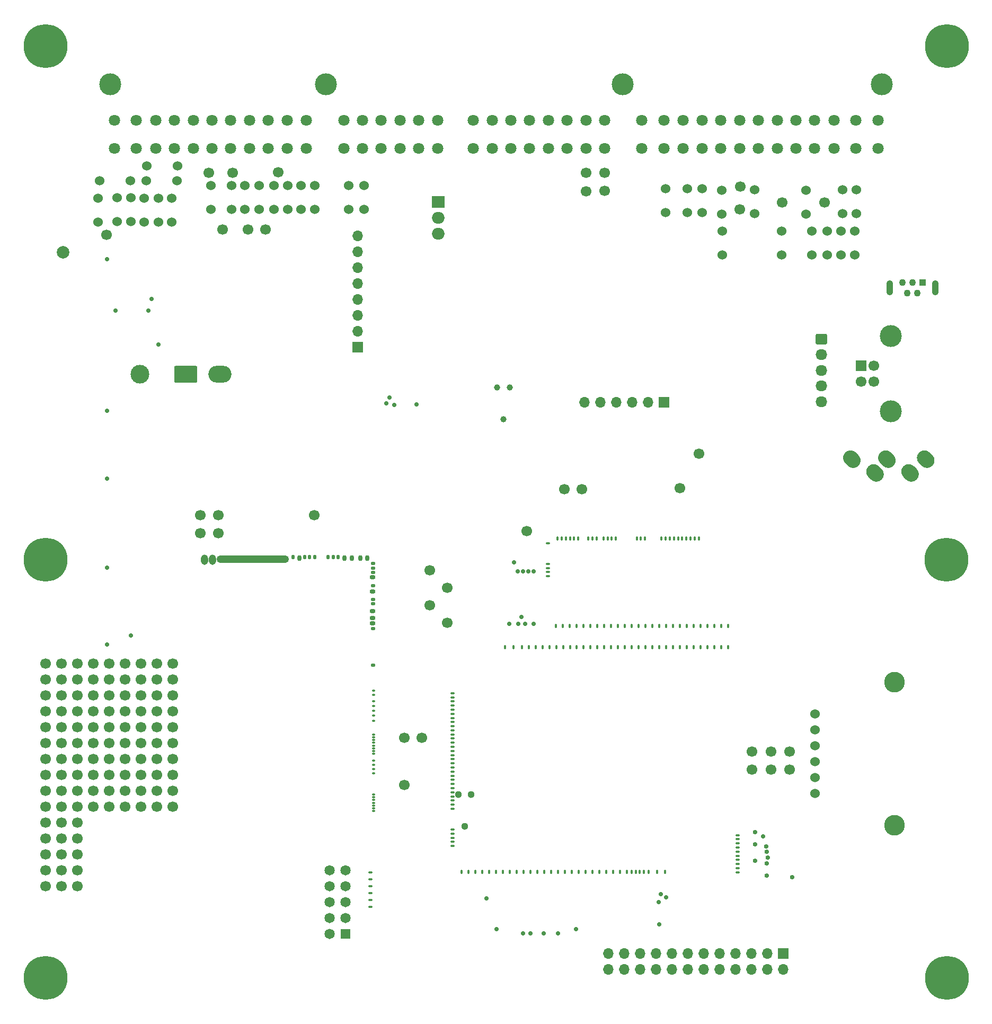
<source format=gbs>
G75*
G70*
%OFA0B0*%
%FSLAX25Y25*%
%IPPOS*%
%LPD*%
%AMOC8*
5,1,8,0,0,1.08239X$1,22.5*
%
%AMM174*
21,1,0.015350,0.009840,-0.000000,-0.000000,180.000000*
21,1,0.000000,0.025200,-0.000000,-0.000000,180.000000*
1,1,0.015350,-0.000000,0.004920*
1,1,0.015350,-0.000000,0.004920*
1,1,0.015350,-0.000000,-0.004920*
1,1,0.015350,-0.000000,-0.004920*
%
%AMM175*
21,1,0.015350,0.009840,-0.000000,-0.000000,270.000000*
21,1,0.000000,0.025200,-0.000000,-0.000000,270.000000*
1,1,0.015350,-0.004920,-0.000000*
1,1,0.015350,-0.004920,-0.000000*
1,1,0.015350,0.004920,-0.000000*
1,1,0.015350,0.004920,-0.000000*
%
%AMM260*
21,1,0.015350,0.009840,-0.000000,-0.000000,90.000000*
21,1,0.000000,0.025200,-0.000000,-0.000000,90.000000*
1,1,0.015350,0.004920,-0.000000*
1,1,0.015350,0.004920,-0.000000*
1,1,0.015350,-0.004920,-0.000000*
1,1,0.015350,-0.004920,-0.000000*
%
%AMM349*
21,1,0.015350,0.009840,-0.000000,0.000000,270.000000*
21,1,0.000000,0.025200,-0.000000,0.000000,270.000000*
1,1,0.015350,-0.004920,0.000000*
1,1,0.015350,-0.004920,0.000000*
1,1,0.015350,0.004920,0.000000*
1,1,0.015350,0.004920,0.000000*
%
%ADD128O,0.04331X0.09449*%
%ADD132C,0.02362*%
%ADD136O,0.02913X0.02126*%
%ADD137C,0.13780*%
%ADD138O,0.04488X0.06457*%
%ADD163O,0.14567X0.10630*%
%ADD168O,0.03150X0.02362*%
%ADD175C,0.04331*%
%ADD194C,0.06693*%
%ADD195C,0.07874*%
%ADD197R,0.06693X0.06693*%
%ADD205C,0.11811*%
%ADD206O,0.03701X0.02913*%
%ADD218O,0.03937X0.05906*%
%ADD22O,0.44882X0.04331*%
%ADD225O,0.02913X0.03701*%
%ADD235C,0.13000*%
%ADD238O,0.45433X0.04882*%
%ADD254C,0.27559*%
%ADD256R,0.06457X0.06457*%
%ADD257R,0.04331X0.04331*%
%ADD266O,0.06693X0.06693*%
%ADD281O,0.07283X0.06693*%
%ADD300C,0.02913*%
%ADD304C,0.04451*%
%ADD31O,0.02126X0.02913*%
%ADD317O,0.01575X0.02362*%
%ADD325O,0.02362X0.03150*%
%ADD342O,0.02362X0.01575*%
%ADD358C,0.07087*%
%ADD362C,0.03900*%
%ADD394M174*%
%ADD395M175*%
%ADD488M260*%
%ADD592M349*%
%ADD641R,0.07874X0.07500*%
%ADD642O,0.07874X0.07500*%
%ADD70C,0.06457*%
%ADD79C,0.06000*%
%ADD92O,0.02126X0.01339*%
%ADD97O,0.01575X0.00787*%
X0000000Y0000000D02*
%LPD*%
G01*
D132*
X0341904Y0048110D03*
X0333144Y0048110D03*
X0324581Y0048110D03*
X0319955Y0048110D03*
X0353337Y0050784D03*
X0303321Y0050748D03*
X0297120Y0070059D03*
D79*
X0501772Y0474783D03*
X0501772Y0489783D03*
X0189073Y0503249D03*
X0189073Y0518249D03*
D194*
X0245285Y0141379D03*
X0245285Y0170915D03*
X0157979Y0490572D03*
D197*
X0408865Y0381911D03*
D266*
X0398865Y0381911D03*
X0388865Y0381911D03*
X0378865Y0381911D03*
X0368865Y0381911D03*
X0358865Y0381911D03*
D194*
X0456503Y0503367D03*
X0079567Y0177549D03*
X0079567Y0187549D03*
X0079567Y0197549D03*
X0079567Y0207549D03*
X0079567Y0217549D03*
X0089567Y0177549D03*
X0089567Y0187549D03*
X0089567Y0197549D03*
X0089567Y0207549D03*
X0089567Y0217549D03*
X0099567Y0177549D03*
X0099567Y0187549D03*
X0099567Y0197549D03*
X0099567Y0207549D03*
X0099567Y0217549D03*
X0359849Y0514785D03*
D79*
X0219987Y0503151D03*
X0219987Y0518151D03*
D194*
X0116936Y0311045D03*
X0049567Y0127549D03*
X0049567Y0137549D03*
X0049567Y0147549D03*
X0049567Y0157549D03*
X0049567Y0167549D03*
X0059567Y0127549D03*
X0059567Y0137549D03*
X0059567Y0147549D03*
X0059567Y0157549D03*
X0059567Y0167549D03*
X0069567Y0127549D03*
X0069567Y0137549D03*
X0069567Y0147549D03*
X0069567Y0157549D03*
X0069567Y0167549D03*
D218*
X0119744Y0282846D03*
X0124688Y0282846D03*
D22*
X0150059Y0283339D03*
D317*
X0175453Y0284520D03*
D325*
X0179291Y0284126D03*
D317*
X0182716Y0284520D03*
X0185591Y0284520D03*
X0189113Y0284520D03*
X0197283Y0284520D03*
X0200826Y0284520D03*
X0203622Y0284520D03*
D325*
X0207638Y0284126D03*
X0212264Y0284126D03*
X0217579Y0284126D03*
X0222205Y0284126D03*
D342*
X0225748Y0280464D03*
X0225748Y0277728D03*
X0225748Y0275050D03*
D168*
X0225374Y0271823D03*
D342*
X0225748Y0266684D03*
D168*
X0225374Y0262866D03*
D342*
X0225748Y0257846D03*
X0225748Y0255287D03*
D168*
X0225374Y0250563D03*
X0225374Y0246331D03*
X0225374Y0242886D03*
D342*
X0225748Y0239638D03*
X0225748Y0216606D03*
D97*
X0226161Y0200642D03*
X0226161Y0198043D03*
X0226161Y0193870D03*
X0226161Y0191098D03*
X0226161Y0187948D03*
X0226161Y0184799D03*
X0226161Y0181665D03*
X0226161Y0173024D03*
X0226161Y0171291D03*
X0226161Y0169559D03*
X0226161Y0167827D03*
X0226161Y0166095D03*
X0226161Y0164362D03*
X0226161Y0162630D03*
X0226161Y0160898D03*
X0226161Y0156469D03*
X0226161Y0153870D03*
X0226161Y0151272D03*
X0226161Y0148673D03*
X0226161Y0135268D03*
X0226161Y0133535D03*
X0226161Y0131803D03*
X0226161Y0130071D03*
X0226161Y0128339D03*
X0226161Y0126606D03*
X0226161Y0124874D03*
D79*
X0123629Y0503249D03*
X0123629Y0518249D03*
X0445184Y0500395D03*
X0445184Y0515395D03*
D194*
X0359849Y0526301D03*
D79*
X0445381Y0474608D03*
X0445381Y0489608D03*
X0172054Y0503249D03*
X0172054Y0518249D03*
X0052721Y0495293D03*
X0052721Y0510293D03*
D137*
X0545831Y0581810D03*
X0060398Y0581810D03*
X0196027Y0581810D03*
X0382642Y0581810D03*
D358*
X0062957Y0541650D03*
X0076727Y0541650D03*
X0088937Y0541650D03*
X0100747Y0541650D03*
X0112557Y0541650D03*
X0124367Y0541650D03*
X0136177Y0541650D03*
X0147987Y0541650D03*
X0159797Y0541650D03*
X0171607Y0541650D03*
X0183817Y0541650D03*
X0062957Y0559370D03*
X0076727Y0559370D03*
X0088937Y0559370D03*
X0100747Y0559370D03*
X0112557Y0559370D03*
X0124367Y0559370D03*
X0136177Y0559370D03*
X0147987Y0559370D03*
X0159797Y0559370D03*
X0171607Y0559370D03*
X0183817Y0559370D03*
X0288744Y0541650D03*
X0300554Y0541650D03*
X0312364Y0541650D03*
X0324174Y0541650D03*
X0335994Y0541650D03*
X0347804Y0541650D03*
X0359614Y0541650D03*
X0371424Y0541650D03*
X0288744Y0559370D03*
X0300554Y0559370D03*
X0312364Y0559370D03*
X0324174Y0559370D03*
X0335994Y0559370D03*
X0347804Y0559370D03*
X0359614Y0559370D03*
X0371424Y0559370D03*
X0394834Y0541650D03*
X0408614Y0541650D03*
X0420834Y0541650D03*
X0432644Y0541650D03*
X0444454Y0541650D03*
X0456264Y0541650D03*
X0468074Y0541650D03*
X0479884Y0541650D03*
X0491694Y0541650D03*
X0503504Y0541650D03*
X0515714Y0541650D03*
X0529494Y0541650D03*
X0543274Y0541650D03*
X0394834Y0559370D03*
X0408614Y0559370D03*
X0420834Y0559370D03*
X0432644Y0559370D03*
X0444454Y0559370D03*
X0456264Y0559370D03*
X0468074Y0559370D03*
X0479884Y0559370D03*
X0491694Y0559370D03*
X0503504Y0559370D03*
X0515714Y0559370D03*
X0529494Y0559370D03*
X0543274Y0559370D03*
X0207248Y0541650D03*
X0219058Y0541650D03*
X0230868Y0541650D03*
X0242678Y0541650D03*
X0254498Y0541650D03*
X0266308Y0541650D03*
X0207248Y0559370D03*
X0219058Y0559370D03*
X0230868Y0559370D03*
X0242678Y0559370D03*
X0254498Y0559370D03*
X0266308Y0559370D03*
D194*
X0166142Y0526694D03*
X0509821Y0507480D03*
X0357192Y0327285D03*
X0128353Y0299627D03*
X0475991Y0162226D03*
D79*
X0210341Y0503249D03*
X0210341Y0518249D03*
D257*
X0571266Y0457403D03*
D175*
X0568117Y0450513D03*
X0564967Y0457403D03*
X0561818Y0450513D03*
X0558668Y0457403D03*
D128*
X0579337Y0453958D03*
X0550597Y0453958D03*
D197*
X0216148Y0416655D03*
D266*
X0216148Y0426655D03*
X0216148Y0436655D03*
X0216148Y0446655D03*
X0216148Y0456655D03*
X0216148Y0466655D03*
X0216148Y0476655D03*
X0216148Y0486655D03*
D194*
X0475991Y0151064D03*
D197*
X0532743Y0404942D03*
D194*
X0532743Y0395100D03*
X0540617Y0395100D03*
X0540617Y0404942D03*
D137*
X0551286Y0376320D03*
X0551286Y0423722D03*
D194*
X0256349Y0170906D03*
X0487802Y0151064D03*
D132*
X0234091Y0381397D03*
X0236158Y0384842D03*
X0239110Y0380216D03*
X0253087Y0380511D03*
D235*
X0553550Y0205867D03*
X0553550Y0115867D03*
D79*
X0503550Y0185867D03*
X0503550Y0175867D03*
X0503550Y0165867D03*
X0503550Y0155867D03*
X0503550Y0145867D03*
X0503550Y0135867D03*
X0521168Y0515555D03*
X0521168Y0500555D03*
D194*
X0019567Y0177549D03*
X0019567Y0187549D03*
X0019567Y0197549D03*
X0019567Y0207549D03*
X0019567Y0217549D03*
X0029567Y0177549D03*
X0029567Y0187549D03*
X0029567Y0197549D03*
X0029567Y0207549D03*
X0029567Y0217549D03*
X0039567Y0177549D03*
X0039567Y0187549D03*
X0039567Y0197549D03*
X0039567Y0207549D03*
X0039567Y0217549D03*
X0456798Y0517738D03*
X0272448Y0243328D03*
D132*
X0406667Y0072652D03*
X0410112Y0070585D03*
X0405486Y0067632D03*
X0405782Y0053656D03*
D194*
X0116936Y0299627D03*
X0122251Y0526399D03*
D79*
X0090713Y0495273D03*
X0090713Y0510273D03*
D254*
X0019685Y0020079D03*
G36*
G01*
X0223638Y0086788D02*
X0224622Y0086788D01*
G75*
G02*
X0225114Y0086296I0000000J-000492D01*
G01*
X0225114Y0086296D01*
G75*
G02*
X0224622Y0085804I-000492J0000000D01*
G01*
X0223638Y0085804D01*
G75*
G02*
X0223146Y0086296I0000000J0000492D01*
G01*
X0223146Y0086296D01*
G75*
G02*
X0223638Y0086788I0000492J0000000D01*
G01*
G37*
G36*
G01*
X0223638Y0082458D02*
X0224622Y0082458D01*
G75*
G02*
X0225114Y0081965I0000000J-000492D01*
G01*
X0225114Y0081965D01*
G75*
G02*
X0224622Y0081473I-000492J0000000D01*
G01*
X0223638Y0081473D01*
G75*
G02*
X0223146Y0081965I0000000J0000492D01*
G01*
X0223146Y0081965D01*
G75*
G02*
X0223638Y0082458I0000492J0000000D01*
G01*
G37*
G36*
G01*
X0223638Y0078127D02*
X0224622Y0078127D01*
G75*
G02*
X0225114Y0077635I0000000J-000492D01*
G01*
X0225114Y0077635D01*
G75*
G02*
X0224622Y0077143I-000492J0000000D01*
G01*
X0223638Y0077143D01*
G75*
G02*
X0223146Y0077635I0000000J0000492D01*
G01*
X0223146Y0077635D01*
G75*
G02*
X0223638Y0078127I0000492J0000000D01*
G01*
G37*
G36*
G01*
X0223638Y0073796D02*
X0224622Y0073796D01*
G75*
G02*
X0225114Y0073304I0000000J-000492D01*
G01*
X0225114Y0073304D01*
G75*
G02*
X0224622Y0072812I-000492J0000000D01*
G01*
X0223638Y0072812D01*
G75*
G02*
X0223146Y0073304I0000000J0000492D01*
G01*
X0223146Y0073304D01*
G75*
G02*
X0223638Y0073796I0000492J0000000D01*
G01*
G37*
G36*
G01*
X0223638Y0069465D02*
X0224622Y0069465D01*
G75*
G02*
X0225114Y0068973I0000000J-000492D01*
G01*
X0225114Y0068973D01*
G75*
G02*
X0224622Y0068481I-000492J0000000D01*
G01*
X0223638Y0068481D01*
G75*
G02*
X0223146Y0068973I0000000J0000492D01*
G01*
X0223146Y0068973D01*
G75*
G02*
X0223638Y0069465I0000492J0000000D01*
G01*
G37*
G36*
G01*
X0223638Y0065135D02*
X0224622Y0065135D01*
G75*
G02*
X0225114Y0064643I0000000J-000492D01*
G01*
X0225114Y0064643D01*
G75*
G02*
X0224622Y0064151I-000492J0000000D01*
G01*
X0223638Y0064151D01*
G75*
G02*
X0223146Y0064643I0000000J0000492D01*
G01*
X0223146Y0064643D01*
G75*
G02*
X0223638Y0065135I0000492J0000000D01*
G01*
G37*
D194*
X0322492Y0300812D03*
X0487802Y0162226D03*
X0371266Y0514982D03*
X0019567Y0077549D03*
X0019567Y0087549D03*
X0019567Y0097549D03*
X0019567Y0107549D03*
X0019567Y0117549D03*
X0029567Y0077549D03*
X0029567Y0087549D03*
X0029567Y0097549D03*
X0029567Y0107549D03*
X0029567Y0117549D03*
X0039567Y0077549D03*
X0039567Y0087549D03*
X0039567Y0097549D03*
X0039567Y0107549D03*
X0039567Y0117549D03*
G36*
G01*
X0335286Y0273039D02*
X0336270Y0273039D01*
G75*
G02*
X0336762Y0272547I0000000J-000492D01*
G01*
X0336762Y0272547D01*
G75*
G02*
X0336270Y0272054I-000492J0000000D01*
G01*
X0335286Y0272054D01*
G75*
G02*
X0334794Y0272547I0000000J0000492D01*
G01*
X0334794Y0272547D01*
G75*
G02*
X0335286Y0273039I0000492J0000000D01*
G01*
G37*
G36*
G01*
X0335286Y0275637D02*
X0336270Y0275637D01*
G75*
G02*
X0336762Y0275145I0000000J-000492D01*
G01*
X0336762Y0275145D01*
G75*
G02*
X0336270Y0274653I-000492J0000000D01*
G01*
X0335286Y0274653D01*
G75*
G02*
X0334794Y0275145I0000000J0000492D01*
G01*
X0334794Y0275145D01*
G75*
G02*
X0335286Y0275637I0000492J0000000D01*
G01*
G37*
G36*
G01*
X0335286Y0278236D02*
X0336270Y0278236D01*
G75*
G02*
X0336762Y0277743I0000000J-000492D01*
G01*
X0336762Y0277743D01*
G75*
G02*
X0336270Y0277251I-000492J0000000D01*
G01*
X0335286Y0277251D01*
G75*
G02*
X0334794Y0277743I0000000J0000492D01*
G01*
X0334794Y0277743D01*
G75*
G02*
X0335286Y0278236I0000492J0000000D01*
G01*
G37*
G36*
G01*
X0335286Y0280834D02*
X0336270Y0280834D01*
G75*
G02*
X0336762Y0280342I0000000J-000492D01*
G01*
X0336762Y0280342D01*
G75*
G02*
X0336270Y0279850I-000492J0000000D01*
G01*
X0335286Y0279850D01*
G75*
G02*
X0334794Y0280342I0000000J0000492D01*
G01*
X0334794Y0280342D01*
G75*
G02*
X0335286Y0280834I0000492J0000000D01*
G01*
G37*
G36*
G01*
X0335286Y0293826D02*
X0336270Y0293826D01*
G75*
G02*
X0336762Y0293334I0000000J-000492D01*
G01*
X0336762Y0293334D01*
G75*
G02*
X0336270Y0292842I-000492J0000000D01*
G01*
X0335286Y0292842D01*
G75*
G02*
X0334794Y0293334I0000000J0000492D01*
G01*
X0334794Y0293334D01*
G75*
G02*
X0335286Y0293826I0000492J0000000D01*
G01*
G37*
G36*
G01*
X0448554Y0240681D02*
X0448554Y0241665D01*
G75*
G02*
X0449046Y0242158I0000492J0000000D01*
G01*
X0449046Y0242158D01*
G75*
G02*
X0449538Y0241665I0000000J-000492D01*
G01*
X0449538Y0240681D01*
G75*
G02*
X0449046Y0240189I-000492J0000000D01*
G01*
X0449046Y0240189D01*
G75*
G02*
X0448554Y0240681I0000000J0000492D01*
G01*
G37*
G36*
G01*
X0445207Y0241665D02*
X0445207Y0240681D01*
G75*
G02*
X0444715Y0240189I-000492J0000000D01*
G01*
X0444715Y0240189D01*
G75*
G02*
X0444223Y0240681I0000000J0000492D01*
G01*
X0444223Y0241665D01*
G75*
G02*
X0444715Y0242158I0000492J0000000D01*
G01*
X0444715Y0242158D01*
G75*
G02*
X0445207Y0241665I0000000J-000492D01*
G01*
G37*
G36*
G01*
X0440877Y0241665D02*
X0440877Y0240681D01*
G75*
G02*
X0440384Y0240189I-000492J0000000D01*
G01*
X0440384Y0240189D01*
G75*
G02*
X0439892Y0240681I0000000J0000492D01*
G01*
X0439892Y0241665D01*
G75*
G02*
X0440384Y0242158I0000492J0000000D01*
G01*
X0440384Y0242158D01*
G75*
G02*
X0440877Y0241665I0000000J-000492D01*
G01*
G37*
G36*
G01*
X0436546Y0241665D02*
X0436546Y0240681D01*
G75*
G02*
X0436054Y0240189I-000492J0000000D01*
G01*
X0436054Y0240189D01*
G75*
G02*
X0435562Y0240681I0000000J0000492D01*
G01*
X0435562Y0241665D01*
G75*
G02*
X0436054Y0242158I0000492J0000000D01*
G01*
X0436054Y0242158D01*
G75*
G02*
X0436546Y0241665I0000000J-000492D01*
G01*
G37*
G36*
G01*
X0432215Y0241665D02*
X0432215Y0240681D01*
G75*
G02*
X0431723Y0240189I-000492J0000000D01*
G01*
X0431723Y0240189D01*
G75*
G02*
X0431231Y0240681I0000000J0000492D01*
G01*
X0431231Y0241665D01*
G75*
G02*
X0431723Y0242158I0000492J0000000D01*
G01*
X0431723Y0242158D01*
G75*
G02*
X0432215Y0241665I0000000J-000492D01*
G01*
G37*
G36*
G01*
X0427884Y0241665D02*
X0427884Y0240681D01*
G75*
G02*
X0427392Y0240189I-000492J0000000D01*
G01*
X0427392Y0240189D01*
G75*
G02*
X0426900Y0240681I0000000J0000492D01*
G01*
X0426900Y0241665D01*
G75*
G02*
X0427392Y0242158I0000492J0000000D01*
G01*
X0427392Y0242158D01*
G75*
G02*
X0427884Y0241665I0000000J-000492D01*
G01*
G37*
G36*
G01*
X0423554Y0241665D02*
X0423554Y0240681D01*
G75*
G02*
X0423062Y0240189I-000492J0000000D01*
G01*
X0423062Y0240189D01*
G75*
G02*
X0422569Y0240681I0000000J0000492D01*
G01*
X0422569Y0241665D01*
G75*
G02*
X0423062Y0242158I0000492J0000000D01*
G01*
X0423062Y0242158D01*
G75*
G02*
X0423554Y0241665I0000000J-000492D01*
G01*
G37*
G36*
G01*
X0419223Y0241665D02*
X0419223Y0240681D01*
G75*
G02*
X0418731Y0240189I-000492J0000000D01*
G01*
X0418731Y0240189D01*
G75*
G02*
X0418239Y0240681I0000000J0000492D01*
G01*
X0418239Y0241665D01*
G75*
G02*
X0418731Y0242158I0000492J0000000D01*
G01*
X0418731Y0242158D01*
G75*
G02*
X0419223Y0241665I0000000J-000492D01*
G01*
G37*
G36*
G01*
X0414892Y0241665D02*
X0414892Y0240681D01*
G75*
G02*
X0414400Y0240189I-000492J0000000D01*
G01*
X0414400Y0240189D01*
G75*
G02*
X0413908Y0240681I0000000J0000492D01*
G01*
X0413908Y0241665D01*
G75*
G02*
X0414400Y0242158I0000492J0000000D01*
G01*
X0414400Y0242158D01*
G75*
G02*
X0414892Y0241665I0000000J-000492D01*
G01*
G37*
G36*
G01*
X0410562Y0241665D02*
X0410562Y0240681D01*
G75*
G02*
X0410069Y0240189I-000492J0000000D01*
G01*
X0410069Y0240189D01*
G75*
G02*
X0409577Y0240681I0000000J0000492D01*
G01*
X0409577Y0241665D01*
G75*
G02*
X0410069Y0242158I0000492J0000000D01*
G01*
X0410069Y0242158D01*
G75*
G02*
X0410562Y0241665I0000000J-000492D01*
G01*
G37*
G36*
G01*
X0406231Y0241665D02*
X0406231Y0240681D01*
G75*
G02*
X0405739Y0240189I-000492J0000000D01*
G01*
X0405739Y0240189D01*
G75*
G02*
X0405247Y0240681I0000000J0000492D01*
G01*
X0405247Y0241665D01*
G75*
G02*
X0405739Y0242158I0000492J0000000D01*
G01*
X0405739Y0242158D01*
G75*
G02*
X0406231Y0241665I0000000J-000492D01*
G01*
G37*
G36*
G01*
X0401900Y0241665D02*
X0401900Y0240681D01*
G75*
G02*
X0401408Y0240189I-000492J0000000D01*
G01*
X0401408Y0240189D01*
G75*
G02*
X0400916Y0240681I0000000J0000492D01*
G01*
X0400916Y0241665D01*
G75*
G02*
X0401408Y0242158I0000492J0000000D01*
G01*
X0401408Y0242158D01*
G75*
G02*
X0401900Y0241665I0000000J-000492D01*
G01*
G37*
G36*
G01*
X0397570Y0241665D02*
X0397570Y0240681D01*
G75*
G02*
X0397077Y0240189I-000492J0000000D01*
G01*
X0397077Y0240189D01*
G75*
G02*
X0396585Y0240681I0000000J0000492D01*
G01*
X0396585Y0241665D01*
G75*
G02*
X0397077Y0242158I0000492J0000000D01*
G01*
X0397077Y0242158D01*
G75*
G02*
X0397570Y0241665I0000000J-000492D01*
G01*
G37*
G36*
G01*
X0393239Y0241665D02*
X0393239Y0240681D01*
G75*
G02*
X0392747Y0240189I-000492J0000000D01*
G01*
X0392747Y0240189D01*
G75*
G02*
X0392255Y0240681I0000000J0000492D01*
G01*
X0392255Y0241665D01*
G75*
G02*
X0392747Y0242158I0000492J0000000D01*
G01*
X0392747Y0242158D01*
G75*
G02*
X0393239Y0241665I0000000J-000492D01*
G01*
G37*
G36*
G01*
X0388908Y0241665D02*
X0388908Y0240681D01*
G75*
G02*
X0388416Y0240189I-000492J0000000D01*
G01*
X0388416Y0240189D01*
G75*
G02*
X0387924Y0240681I0000000J0000492D01*
G01*
X0387924Y0241665D01*
G75*
G02*
X0388416Y0242158I0000492J0000000D01*
G01*
X0388416Y0242158D01*
G75*
G02*
X0388908Y0241665I0000000J-000492D01*
G01*
G37*
G36*
G01*
X0384577Y0241665D02*
X0384577Y0240681D01*
G75*
G02*
X0384085Y0240189I-000492J0000000D01*
G01*
X0384085Y0240189D01*
G75*
G02*
X0383593Y0240681I0000000J0000492D01*
G01*
X0383593Y0241665D01*
G75*
G02*
X0384085Y0242158I0000492J0000000D01*
G01*
X0384085Y0242158D01*
G75*
G02*
X0384577Y0241665I0000000J-000492D01*
G01*
G37*
G36*
G01*
X0380247Y0241665D02*
X0380247Y0240681D01*
G75*
G02*
X0379755Y0240189I-000492J0000000D01*
G01*
X0379755Y0240189D01*
G75*
G02*
X0379262Y0240681I0000000J0000492D01*
G01*
X0379262Y0241665D01*
G75*
G02*
X0379755Y0242158I0000492J0000000D01*
G01*
X0379755Y0242158D01*
G75*
G02*
X0380247Y0241665I0000000J-000492D01*
G01*
G37*
G36*
G01*
X0375916Y0241665D02*
X0375916Y0240681D01*
G75*
G02*
X0375424Y0240189I-000492J0000000D01*
G01*
X0375424Y0240189D01*
G75*
G02*
X0374932Y0240681I0000000J0000492D01*
G01*
X0374932Y0241665D01*
G75*
G02*
X0375424Y0242158I0000492J0000000D01*
G01*
X0375424Y0242158D01*
G75*
G02*
X0375916Y0241665I0000000J-000492D01*
G01*
G37*
G36*
G01*
X0371585Y0241665D02*
X0371585Y0240681D01*
G75*
G02*
X0371093Y0240189I-000492J0000000D01*
G01*
X0371093Y0240189D01*
G75*
G02*
X0370601Y0240681I0000000J0000492D01*
G01*
X0370601Y0241665D01*
G75*
G02*
X0371093Y0242158I0000492J0000000D01*
G01*
X0371093Y0242158D01*
G75*
G02*
X0371585Y0241665I0000000J-000492D01*
G01*
G37*
G36*
G01*
X0367255Y0241665D02*
X0367255Y0240681D01*
G75*
G02*
X0366762Y0240189I-000492J0000000D01*
G01*
X0366762Y0240189D01*
G75*
G02*
X0366270Y0240681I0000000J0000492D01*
G01*
X0366270Y0241665D01*
G75*
G02*
X0366762Y0242158I0000492J0000000D01*
G01*
X0366762Y0242158D01*
G75*
G02*
X0367255Y0241665I0000000J-000492D01*
G01*
G37*
G36*
G01*
X0362924Y0241665D02*
X0362924Y0240681D01*
G75*
G02*
X0362432Y0240189I-000492J0000000D01*
G01*
X0362432Y0240189D01*
G75*
G02*
X0361940Y0240681I0000000J0000492D01*
G01*
X0361940Y0241665D01*
G75*
G02*
X0362432Y0242158I0000492J0000000D01*
G01*
X0362432Y0242158D01*
G75*
G02*
X0362924Y0241665I0000000J-000492D01*
G01*
G37*
G36*
G01*
X0358593Y0241665D02*
X0358593Y0240681D01*
G75*
G02*
X0358101Y0240189I-000492J0000000D01*
G01*
X0358101Y0240189D01*
G75*
G02*
X0357609Y0240681I0000000J0000492D01*
G01*
X0357609Y0241665D01*
G75*
G02*
X0358101Y0242158I0000492J0000000D01*
G01*
X0358101Y0242158D01*
G75*
G02*
X0358593Y0241665I0000000J-000492D01*
G01*
G37*
G36*
G01*
X0354263Y0241665D02*
X0354263Y0240681D01*
G75*
G02*
X0353770Y0240189I-000492J0000000D01*
G01*
X0353770Y0240189D01*
G75*
G02*
X0353278Y0240681I0000000J0000492D01*
G01*
X0353278Y0241665D01*
G75*
G02*
X0353770Y0242158I0000492J0000000D01*
G01*
X0353770Y0242158D01*
G75*
G02*
X0354263Y0241665I0000000J-000492D01*
G01*
G37*
G36*
G01*
X0349932Y0241665D02*
X0349932Y0240681D01*
G75*
G02*
X0349440Y0240189I-000492J0000000D01*
G01*
X0349440Y0240189D01*
G75*
G02*
X0348948Y0240681I0000000J0000492D01*
G01*
X0348948Y0241665D01*
G75*
G02*
X0349440Y0242158I0000492J0000000D01*
G01*
X0349440Y0242158D01*
G75*
G02*
X0349932Y0241665I0000000J-000492D01*
G01*
G37*
G36*
G01*
X0345601Y0241665D02*
X0345601Y0240681D01*
G75*
G02*
X0345109Y0240189I-000492J0000000D01*
G01*
X0345109Y0240189D01*
G75*
G02*
X0344617Y0240681I0000000J0000492D01*
G01*
X0344617Y0241665D01*
G75*
G02*
X0345109Y0242158I0000492J0000000D01*
G01*
X0345109Y0242158D01*
G75*
G02*
X0345601Y0241665I0000000J-000492D01*
G01*
G37*
G36*
G01*
X0341270Y0241665D02*
X0341270Y0240681D01*
G75*
G02*
X0340778Y0240189I-000492J0000000D01*
G01*
X0340778Y0240189D01*
G75*
G02*
X0340286Y0240681I0000000J0000492D01*
G01*
X0340286Y0241665D01*
G75*
G02*
X0340778Y0242158I0000492J0000000D01*
G01*
X0340778Y0242158D01*
G75*
G02*
X0341270Y0241665I0000000J-000492D01*
G01*
G37*
G36*
G01*
X0342258Y0296634D02*
X0342258Y0295650D01*
G75*
G02*
X0341766Y0295158I-000492J0000000D01*
G01*
X0341766Y0295158D01*
G75*
G02*
X0341274Y0295650I0000000J0000492D01*
G01*
X0341274Y0296634D01*
G75*
G02*
X0341766Y0297126I0000492J0000000D01*
G01*
X0341766Y0297126D01*
G75*
G02*
X0342258Y0296634I0000000J-000492D01*
G01*
G37*
G36*
G01*
X0344857Y0296634D02*
X0344857Y0295650D01*
G75*
G02*
X0344365Y0295158I-000492J0000000D01*
G01*
X0344365Y0295158D01*
G75*
G02*
X0343873Y0295650I0000000J0000492D01*
G01*
X0343873Y0296634D01*
G75*
G02*
X0344365Y0297126I0000492J0000000D01*
G01*
X0344365Y0297126D01*
G75*
G02*
X0344857Y0296634I0000000J-000492D01*
G01*
G37*
G36*
G01*
X0347455Y0296634D02*
X0347455Y0295650D01*
G75*
G02*
X0346963Y0295158I-000492J0000000D01*
G01*
X0346963Y0295158D01*
G75*
G02*
X0346471Y0295650I0000000J0000492D01*
G01*
X0346471Y0296634D01*
G75*
G02*
X0346963Y0297126I0000492J0000000D01*
G01*
X0346963Y0297126D01*
G75*
G02*
X0347455Y0296634I0000000J-000492D01*
G01*
G37*
G36*
G01*
X0350054Y0296634D02*
X0350054Y0295650D01*
G75*
G02*
X0349562Y0295158I-000492J0000000D01*
G01*
X0349562Y0295158D01*
G75*
G02*
X0349069Y0295650I0000000J0000492D01*
G01*
X0349069Y0296634D01*
G75*
G02*
X0349562Y0297126I0000492J0000000D01*
G01*
X0349562Y0297126D01*
G75*
G02*
X0350054Y0296634I0000000J-000492D01*
G01*
G37*
G36*
G01*
X0352652Y0296634D02*
X0352652Y0295650D01*
G75*
G02*
X0352160Y0295158I-000492J0000000D01*
G01*
X0352160Y0295158D01*
G75*
G02*
X0351668Y0295650I0000000J0000492D01*
G01*
X0351668Y0296634D01*
G75*
G02*
X0352160Y0297126I0000492J0000000D01*
G01*
X0352160Y0297126D01*
G75*
G02*
X0352652Y0296634I0000000J-000492D01*
G01*
G37*
G36*
G01*
X0355251Y0296634D02*
X0355251Y0295650D01*
G75*
G02*
X0354758Y0295158I-000492J0000000D01*
G01*
X0354758Y0295158D01*
G75*
G02*
X0354266Y0295650I0000000J0000492D01*
G01*
X0354266Y0296634D01*
G75*
G02*
X0354758Y0297126I0000492J0000000D01*
G01*
X0354758Y0297126D01*
G75*
G02*
X0355251Y0296634I0000000J-000492D01*
G01*
G37*
G36*
G01*
X0361554Y0296634D02*
X0361554Y0295650D01*
G75*
G02*
X0361062Y0295158I-000492J0000000D01*
G01*
X0361062Y0295158D01*
G75*
G02*
X0360569Y0295650I0000000J0000492D01*
G01*
X0360569Y0296634D01*
G75*
G02*
X0361062Y0297126I0000492J0000000D01*
G01*
X0361062Y0297126D01*
G75*
G02*
X0361554Y0296634I0000000J-000492D01*
G01*
G37*
G36*
G01*
X0364152Y0296634D02*
X0364152Y0295650D01*
G75*
G02*
X0363660Y0295158I-000492J0000000D01*
G01*
X0363660Y0295158D01*
G75*
G02*
X0363168Y0295650I0000000J0000492D01*
G01*
X0363168Y0296634D01*
G75*
G02*
X0363660Y0297126I0000492J0000000D01*
G01*
X0363660Y0297126D01*
G75*
G02*
X0364152Y0296634I0000000J-000492D01*
G01*
G37*
G36*
G01*
X0366751Y0296634D02*
X0366751Y0295650D01*
G75*
G02*
X0366258Y0295158I-000492J0000000D01*
G01*
X0366258Y0295158D01*
G75*
G02*
X0365766Y0295650I0000000J0000492D01*
G01*
X0365766Y0296634D01*
G75*
G02*
X0366258Y0297126I0000492J0000000D01*
G01*
X0366258Y0297126D01*
G75*
G02*
X0366751Y0296634I0000000J-000492D01*
G01*
G37*
G36*
G01*
X0371164Y0296634D02*
X0371164Y0295650D01*
G75*
G02*
X0370671Y0295158I-000492J0000000D01*
G01*
X0370671Y0295158D01*
G75*
G02*
X0370179Y0295650I0000000J0000492D01*
G01*
X0370179Y0296634D01*
G75*
G02*
X0370671Y0297126I0000492J0000000D01*
G01*
X0370671Y0297126D01*
G75*
G02*
X0371164Y0296634I0000000J-000492D01*
G01*
G37*
G36*
G01*
X0373762Y0296634D02*
X0373762Y0295650D01*
G75*
G02*
X0373270Y0295158I-000492J0000000D01*
G01*
X0373270Y0295158D01*
G75*
G02*
X0372778Y0295650I0000000J0000492D01*
G01*
X0372778Y0296634D01*
G75*
G02*
X0373270Y0297126I0000492J0000000D01*
G01*
X0373270Y0297126D01*
G75*
G02*
X0373762Y0296634I0000000J-000492D01*
G01*
G37*
G36*
G01*
X0376360Y0296634D02*
X0376360Y0295650D01*
G75*
G02*
X0375868Y0295158I-000492J0000000D01*
G01*
X0375868Y0295158D01*
G75*
G02*
X0375376Y0295650I0000000J0000492D01*
G01*
X0375376Y0296634D01*
G75*
G02*
X0375868Y0297126I0000492J0000000D01*
G01*
X0375868Y0297126D01*
G75*
G02*
X0376360Y0296634I0000000J-000492D01*
G01*
G37*
G36*
G01*
X0378959Y0296634D02*
X0378959Y0295650D01*
G75*
G02*
X0378467Y0295158I-000492J0000000D01*
G01*
X0378467Y0295158D01*
G75*
G02*
X0377975Y0295650I0000000J0000492D01*
G01*
X0377975Y0296634D01*
G75*
G02*
X0378467Y0297126I0000492J0000000D01*
G01*
X0378467Y0297126D01*
G75*
G02*
X0378959Y0296634I0000000J-000492D01*
G01*
G37*
G36*
G01*
X0392054Y0296634D02*
X0392054Y0295650D01*
G75*
G02*
X0391562Y0295158I-000492J0000000D01*
G01*
X0391562Y0295158D01*
G75*
G02*
X0391069Y0295650I0000000J0000492D01*
G01*
X0391069Y0296634D01*
G75*
G02*
X0391562Y0297126I0000492J0000000D01*
G01*
X0391562Y0297126D01*
G75*
G02*
X0392054Y0296634I0000000J-000492D01*
G01*
G37*
G36*
G01*
X0394652Y0296634D02*
X0394652Y0295650D01*
G75*
G02*
X0394160Y0295158I-000492J0000000D01*
G01*
X0394160Y0295158D01*
G75*
G02*
X0393668Y0295650I0000000J0000492D01*
G01*
X0393668Y0296634D01*
G75*
G02*
X0394160Y0297126I0000492J0000000D01*
G01*
X0394160Y0297126D01*
G75*
G02*
X0394652Y0296634I0000000J-000492D01*
G01*
G37*
G36*
G01*
X0397251Y0296634D02*
X0397251Y0295650D01*
G75*
G02*
X0396758Y0295158I-000492J0000000D01*
G01*
X0396758Y0295158D01*
G75*
G02*
X0396266Y0295650I0000000J0000492D01*
G01*
X0396266Y0296634D01*
G75*
G02*
X0396758Y0297126I0000492J0000000D01*
G01*
X0396758Y0297126D01*
G75*
G02*
X0397251Y0296634I0000000J-000492D01*
G01*
G37*
G36*
G01*
X0407668Y0296634D02*
X0407668Y0295650D01*
G75*
G02*
X0407176Y0295158I-000492J0000000D01*
G01*
X0407176Y0295158D01*
G75*
G02*
X0406684Y0295650I0000000J0000492D01*
G01*
X0406684Y0296634D01*
G75*
G02*
X0407176Y0297126I0000492J0000000D01*
G01*
X0407176Y0297126D01*
G75*
G02*
X0407668Y0296634I0000000J-000492D01*
G01*
G37*
G36*
G01*
X0410266Y0296634D02*
X0410266Y0295650D01*
G75*
G02*
X0409774Y0295158I-000492J0000000D01*
G01*
X0409774Y0295158D01*
G75*
G02*
X0409282Y0295650I0000000J0000492D01*
G01*
X0409282Y0296634D01*
G75*
G02*
X0409774Y0297126I0000492J0000000D01*
G01*
X0409774Y0297126D01*
G75*
G02*
X0410266Y0296634I0000000J-000492D01*
G01*
G37*
G36*
G01*
X0412865Y0296634D02*
X0412865Y0295650D01*
G75*
G02*
X0412373Y0295158I-000492J0000000D01*
G01*
X0412373Y0295158D01*
G75*
G02*
X0411880Y0295650I0000000J0000492D01*
G01*
X0411880Y0296634D01*
G75*
G02*
X0412373Y0297126I0000492J0000000D01*
G01*
X0412373Y0297126D01*
G75*
G02*
X0412865Y0296634I0000000J-000492D01*
G01*
G37*
G36*
G01*
X0415463Y0296634D02*
X0415463Y0295650D01*
G75*
G02*
X0414971Y0295158I-000492J0000000D01*
G01*
X0414971Y0295158D01*
G75*
G02*
X0414479Y0295650I0000000J0000492D01*
G01*
X0414479Y0296634D01*
G75*
G02*
X0414971Y0297126I0000492J0000000D01*
G01*
X0414971Y0297126D01*
G75*
G02*
X0415463Y0296634I0000000J-000492D01*
G01*
G37*
G36*
G01*
X0418062Y0296634D02*
X0418062Y0295650D01*
G75*
G02*
X0417569Y0295158I-000492J0000000D01*
G01*
X0417569Y0295158D01*
G75*
G02*
X0417077Y0295650I0000000J0000492D01*
G01*
X0417077Y0296634D01*
G75*
G02*
X0417569Y0297126I0000492J0000000D01*
G01*
X0417569Y0297126D01*
G75*
G02*
X0418062Y0296634I0000000J-000492D01*
G01*
G37*
G36*
G01*
X0420660Y0296634D02*
X0420660Y0295650D01*
G75*
G02*
X0420168Y0295158I-000492J0000000D01*
G01*
X0420168Y0295158D01*
G75*
G02*
X0419676Y0295650I0000000J0000492D01*
G01*
X0419676Y0296634D01*
G75*
G02*
X0420168Y0297126I0000492J0000000D01*
G01*
X0420168Y0297126D01*
G75*
G02*
X0420660Y0296634I0000000J-000492D01*
G01*
G37*
G36*
G01*
X0423258Y0296634D02*
X0423258Y0295650D01*
G75*
G02*
X0422766Y0295158I-000492J0000000D01*
G01*
X0422766Y0295158D01*
G75*
G02*
X0422274Y0295650I0000000J0000492D01*
G01*
X0422274Y0296634D01*
G75*
G02*
X0422766Y0297126I0000492J0000000D01*
G01*
X0422766Y0297126D01*
G75*
G02*
X0423258Y0296634I0000000J-000492D01*
G01*
G37*
G36*
G01*
X0425857Y0296634D02*
X0425857Y0295650D01*
G75*
G02*
X0425365Y0295158I-000492J0000000D01*
G01*
X0425365Y0295158D01*
G75*
G02*
X0424873Y0295650I0000000J0000492D01*
G01*
X0424873Y0296634D01*
G75*
G02*
X0425365Y0297126I0000492J0000000D01*
G01*
X0425365Y0297126D01*
G75*
G02*
X0425857Y0296634I0000000J-000492D01*
G01*
G37*
G36*
G01*
X0428455Y0296634D02*
X0428455Y0295650D01*
G75*
G02*
X0427963Y0295158I-000492J0000000D01*
G01*
X0427963Y0295158D01*
G75*
G02*
X0427471Y0295650I0000000J0000492D01*
G01*
X0427471Y0296634D01*
G75*
G02*
X0427963Y0297126I0000492J0000000D01*
G01*
X0427963Y0297126D01*
G75*
G02*
X0428455Y0296634I0000000J-000492D01*
G01*
G37*
G36*
G01*
X0431054Y0296634D02*
X0431054Y0295650D01*
G75*
G02*
X0430562Y0295158I-000492J0000000D01*
G01*
X0430562Y0295158D01*
G75*
G02*
X0430069Y0295650I0000000J0000492D01*
G01*
X0430069Y0296634D01*
G75*
G02*
X0430562Y0297126I0000492J0000000D01*
G01*
X0430562Y0297126D01*
G75*
G02*
X0431054Y0296634I0000000J-000492D01*
G01*
G37*
D79*
X0064729Y0495569D03*
X0064729Y0510569D03*
X0498130Y0500177D03*
X0498130Y0515177D03*
G36*
G01*
X0275360Y0103401D02*
X0276345Y0103401D01*
G75*
G02*
X0276837Y0102909I0000000J-000492D01*
G01*
X0276837Y0102909D01*
G75*
G02*
X0276345Y0102417I-000492J0000000D01*
G01*
X0275360Y0102417D01*
G75*
G02*
X0274868Y0102909I0000000J0000492D01*
G01*
X0274868Y0102909D01*
G75*
G02*
X0275360Y0103401I0000492J0000000D01*
G01*
G37*
G36*
G01*
X0276345Y0105015D02*
X0275360Y0105015D01*
G75*
G02*
X0274868Y0105507I0000000J0000492D01*
G01*
X0274868Y0105507D01*
G75*
G02*
X0275360Y0105999I0000492J0000000D01*
G01*
X0276345Y0105999D01*
G75*
G02*
X0276837Y0105507I0000000J-000492D01*
G01*
X0276837Y0105507D01*
G75*
G02*
X0276345Y0105015I-000492J0000000D01*
G01*
G37*
G36*
G01*
X0276345Y0107614D02*
X0275360Y0107614D01*
G75*
G02*
X0274868Y0108106I0000000J0000492D01*
G01*
X0274868Y0108106D01*
G75*
G02*
X0275360Y0108598I0000492J0000000D01*
G01*
X0276345Y0108598D01*
G75*
G02*
X0276837Y0108106I0000000J-000492D01*
G01*
X0276837Y0108106D01*
G75*
G02*
X0276345Y0107614I-000492J0000000D01*
G01*
G37*
G36*
G01*
X0276345Y0110212D02*
X0275360Y0110212D01*
G75*
G02*
X0274868Y0110704I0000000J0000492D01*
G01*
X0274868Y0110704D01*
G75*
G02*
X0275360Y0111196I0000492J0000000D01*
G01*
X0276345Y0111196D01*
G75*
G02*
X0276837Y0110704I0000000J-000492D01*
G01*
X0276837Y0110704D01*
G75*
G02*
X0276345Y0110212I-000492J0000000D01*
G01*
G37*
G36*
G01*
X0276345Y0112810D02*
X0275360Y0112810D01*
G75*
G02*
X0274868Y0113303I0000000J0000492D01*
G01*
X0274868Y0113303D01*
G75*
G02*
X0275360Y0113795I0000492J0000000D01*
G01*
X0276345Y0113795D01*
G75*
G02*
X0276837Y0113303I0000000J-000492D01*
G01*
X0276837Y0113303D01*
G75*
G02*
X0276345Y0112810I-000492J0000000D01*
G01*
G37*
G36*
G01*
X0276345Y0125803D02*
X0275360Y0125803D01*
G75*
G02*
X0274868Y0126295I0000000J0000492D01*
G01*
X0274868Y0126295D01*
G75*
G02*
X0275360Y0126787I0000492J0000000D01*
G01*
X0276345Y0126787D01*
G75*
G02*
X0276837Y0126295I0000000J-000492D01*
G01*
X0276837Y0126295D01*
G75*
G02*
X0276345Y0125803I-000492J0000000D01*
G01*
G37*
G36*
G01*
X0276345Y0128401D02*
X0275360Y0128401D01*
G75*
G02*
X0274868Y0128893I0000000J0000492D01*
G01*
X0274868Y0128893D01*
G75*
G02*
X0275360Y0129385I0000492J0000000D01*
G01*
X0276345Y0129385D01*
G75*
G02*
X0276837Y0128893I0000000J-000492D01*
G01*
X0276837Y0128893D01*
G75*
G02*
X0276345Y0128401I-000492J0000000D01*
G01*
G37*
G36*
G01*
X0276345Y0130999D02*
X0275360Y0130999D01*
G75*
G02*
X0274868Y0131492I0000000J0000492D01*
G01*
X0274868Y0131492D01*
G75*
G02*
X0275360Y0131984I0000492J0000000D01*
G01*
X0276345Y0131984D01*
G75*
G02*
X0276837Y0131492I0000000J-000492D01*
G01*
X0276837Y0131492D01*
G75*
G02*
X0276345Y0130999I-000492J0000000D01*
G01*
G37*
G36*
G01*
X0276345Y0133598D02*
X0275360Y0133598D01*
G75*
G02*
X0274868Y0134090I0000000J0000492D01*
G01*
X0274868Y0134090D01*
G75*
G02*
X0275360Y0134582I0000492J0000000D01*
G01*
X0276345Y0134582D01*
G75*
G02*
X0276837Y0134090I0000000J-000492D01*
G01*
X0276837Y0134090D01*
G75*
G02*
X0276345Y0133598I-000492J0000000D01*
G01*
G37*
G36*
G01*
X0276345Y0136196D02*
X0275360Y0136196D01*
G75*
G02*
X0274868Y0136688I0000000J0000492D01*
G01*
X0274868Y0136688D01*
G75*
G02*
X0275360Y0137181I0000492J0000000D01*
G01*
X0276345Y0137181D01*
G75*
G02*
X0276837Y0136688I0000000J-000492D01*
G01*
X0276837Y0136688D01*
G75*
G02*
X0276345Y0136196I-000492J0000000D01*
G01*
G37*
G36*
G01*
X0276345Y0138795D02*
X0275360Y0138795D01*
G75*
G02*
X0274868Y0139287I0000000J0000492D01*
G01*
X0274868Y0139287D01*
G75*
G02*
X0275360Y0139779I0000492J0000000D01*
G01*
X0276345Y0139779D01*
G75*
G02*
X0276837Y0139287I0000000J-000492D01*
G01*
X0276837Y0139287D01*
G75*
G02*
X0276345Y0138795I-000492J0000000D01*
G01*
G37*
G36*
G01*
X0276345Y0141393D02*
X0275360Y0141393D01*
G75*
G02*
X0274868Y0141885I0000000J0000492D01*
G01*
X0274868Y0141885D01*
G75*
G02*
X0275360Y0142377I0000492J0000000D01*
G01*
X0276345Y0142377D01*
G75*
G02*
X0276837Y0141885I0000000J-000492D01*
G01*
X0276837Y0141885D01*
G75*
G02*
X0276345Y0141393I-000492J0000000D01*
G01*
G37*
G36*
G01*
X0276345Y0143992D02*
X0275360Y0143992D01*
G75*
G02*
X0274868Y0144484I0000000J0000492D01*
G01*
X0274868Y0144484D01*
G75*
G02*
X0275360Y0144976I0000492J0000000D01*
G01*
X0276345Y0144976D01*
G75*
G02*
X0276837Y0144484I0000000J-000492D01*
G01*
X0276837Y0144484D01*
G75*
G02*
X0276345Y0143992I-000492J0000000D01*
G01*
G37*
G36*
G01*
X0276345Y0146590D02*
X0275360Y0146590D01*
G75*
G02*
X0274868Y0147082I0000000J0000492D01*
G01*
X0274868Y0147082D01*
G75*
G02*
X0275360Y0147574I0000492J0000000D01*
G01*
X0276345Y0147574D01*
G75*
G02*
X0276837Y0147082I0000000J-000492D01*
G01*
X0276837Y0147082D01*
G75*
G02*
X0276345Y0146590I-000492J0000000D01*
G01*
G37*
G36*
G01*
X0276345Y0149188D02*
X0275360Y0149188D01*
G75*
G02*
X0274868Y0149681I0000000J0000492D01*
G01*
X0274868Y0149681D01*
G75*
G02*
X0275360Y0150173I0000492J0000000D01*
G01*
X0276345Y0150173D01*
G75*
G02*
X0276837Y0149681I0000000J-000492D01*
G01*
X0276837Y0149681D01*
G75*
G02*
X0276345Y0149188I-000492J0000000D01*
G01*
G37*
G36*
G01*
X0276345Y0151787D02*
X0275360Y0151787D01*
G75*
G02*
X0274868Y0152279I0000000J0000492D01*
G01*
X0274868Y0152279D01*
G75*
G02*
X0275360Y0152771I0000492J0000000D01*
G01*
X0276345Y0152771D01*
G75*
G02*
X0276837Y0152279I0000000J-000492D01*
G01*
X0276837Y0152279D01*
G75*
G02*
X0276345Y0151787I-000492J0000000D01*
G01*
G37*
G36*
G01*
X0276345Y0154385D02*
X0275360Y0154385D01*
G75*
G02*
X0274868Y0154877I0000000J0000492D01*
G01*
X0274868Y0154877D01*
G75*
G02*
X0275360Y0155369I0000492J0000000D01*
G01*
X0276345Y0155369D01*
G75*
G02*
X0276837Y0154877I0000000J-000492D01*
G01*
X0276837Y0154877D01*
G75*
G02*
X0276345Y0154385I-000492J0000000D01*
G01*
G37*
G36*
G01*
X0276345Y0156984D02*
X0275360Y0156984D01*
G75*
G02*
X0274868Y0157476I0000000J0000492D01*
G01*
X0274868Y0157476D01*
G75*
G02*
X0275360Y0157968I0000492J0000000D01*
G01*
X0276345Y0157968D01*
G75*
G02*
X0276837Y0157476I0000000J-000492D01*
G01*
X0276837Y0157476D01*
G75*
G02*
X0276345Y0156984I-000492J0000000D01*
G01*
G37*
G36*
G01*
X0276345Y0159582D02*
X0275360Y0159582D01*
G75*
G02*
X0274868Y0160074I0000000J0000492D01*
G01*
X0274868Y0160074D01*
G75*
G02*
X0275360Y0160566I0000492J0000000D01*
G01*
X0276345Y0160566D01*
G75*
G02*
X0276837Y0160074I0000000J-000492D01*
G01*
X0276837Y0160074D01*
G75*
G02*
X0276345Y0159582I-000492J0000000D01*
G01*
G37*
G36*
G01*
X0276345Y0162181D02*
X0275360Y0162181D01*
G75*
G02*
X0274868Y0162673I0000000J0000492D01*
G01*
X0274868Y0162673D01*
G75*
G02*
X0275360Y0163165I0000492J0000000D01*
G01*
X0276345Y0163165D01*
G75*
G02*
X0276837Y0162673I0000000J-000492D01*
G01*
X0276837Y0162673D01*
G75*
G02*
X0276345Y0162181I-000492J0000000D01*
G01*
G37*
G36*
G01*
X0276345Y0164779D02*
X0275360Y0164779D01*
G75*
G02*
X0274868Y0165271I0000000J0000492D01*
G01*
X0274868Y0165271D01*
G75*
G02*
X0275360Y0165763I0000492J0000000D01*
G01*
X0276345Y0165763D01*
G75*
G02*
X0276837Y0165271I0000000J-000492D01*
G01*
X0276837Y0165271D01*
G75*
G02*
X0276345Y0164779I-000492J0000000D01*
G01*
G37*
G36*
G01*
X0276345Y0167377D02*
X0275360Y0167377D01*
G75*
G02*
X0274868Y0167869I0000000J0000492D01*
G01*
X0274868Y0167869D01*
G75*
G02*
X0275360Y0168362I0000492J0000000D01*
G01*
X0276345Y0168362D01*
G75*
G02*
X0276837Y0167869I0000000J-000492D01*
G01*
X0276837Y0167869D01*
G75*
G02*
X0276345Y0167377I-000492J0000000D01*
G01*
G37*
G36*
G01*
X0276345Y0169976D02*
X0275360Y0169976D01*
G75*
G02*
X0274868Y0170468I0000000J0000492D01*
G01*
X0274868Y0170468D01*
G75*
G02*
X0275360Y0170960I0000492J0000000D01*
G01*
X0276345Y0170960D01*
G75*
G02*
X0276837Y0170468I0000000J-000492D01*
G01*
X0276837Y0170468D01*
G75*
G02*
X0276345Y0169976I-000492J0000000D01*
G01*
G37*
G36*
G01*
X0276345Y0172574D02*
X0275360Y0172574D01*
G75*
G02*
X0274868Y0173066I0000000J0000492D01*
G01*
X0274868Y0173066D01*
G75*
G02*
X0275360Y0173558I0000492J0000000D01*
G01*
X0276345Y0173558D01*
G75*
G02*
X0276837Y0173066I0000000J-000492D01*
G01*
X0276837Y0173066D01*
G75*
G02*
X0276345Y0172574I-000492J0000000D01*
G01*
G37*
G36*
G01*
X0276345Y0175173D02*
X0275360Y0175173D01*
G75*
G02*
X0274868Y0175665I0000000J0000492D01*
G01*
X0274868Y0175665D01*
G75*
G02*
X0275360Y0176157I0000492J0000000D01*
G01*
X0276345Y0176157D01*
G75*
G02*
X0276837Y0175665I0000000J-000492D01*
G01*
X0276837Y0175665D01*
G75*
G02*
X0276345Y0175173I-000492J0000000D01*
G01*
G37*
G36*
G01*
X0276345Y0177771D02*
X0275360Y0177771D01*
G75*
G02*
X0274868Y0178263I0000000J0000492D01*
G01*
X0274868Y0178263D01*
G75*
G02*
X0275360Y0178755I0000492J0000000D01*
G01*
X0276345Y0178755D01*
G75*
G02*
X0276837Y0178263I0000000J-000492D01*
G01*
X0276837Y0178263D01*
G75*
G02*
X0276345Y0177771I-000492J0000000D01*
G01*
G37*
G36*
G01*
X0276345Y0180369D02*
X0275360Y0180369D01*
G75*
G02*
X0274868Y0180862I0000000J0000492D01*
G01*
X0274868Y0180862D01*
G75*
G02*
X0275360Y0181354I0000492J0000000D01*
G01*
X0276345Y0181354D01*
G75*
G02*
X0276837Y0180862I0000000J-000492D01*
G01*
X0276837Y0180862D01*
G75*
G02*
X0276345Y0180369I-000492J0000000D01*
G01*
G37*
G36*
G01*
X0276345Y0182968D02*
X0275360Y0182968D01*
G75*
G02*
X0274868Y0183460I0000000J0000492D01*
G01*
X0274868Y0183460D01*
G75*
G02*
X0275360Y0183952I0000492J0000000D01*
G01*
X0276345Y0183952D01*
G75*
G02*
X0276837Y0183460I0000000J-000492D01*
G01*
X0276837Y0183460D01*
G75*
G02*
X0276345Y0182968I-000492J0000000D01*
G01*
G37*
G36*
G01*
X0276345Y0185566D02*
X0275360Y0185566D01*
G75*
G02*
X0274868Y0186058I0000000J0000492D01*
G01*
X0274868Y0186058D01*
G75*
G02*
X0275360Y0186551I0000492J0000000D01*
G01*
X0276345Y0186551D01*
G75*
G02*
X0276837Y0186058I0000000J-000492D01*
G01*
X0276837Y0186058D01*
G75*
G02*
X0276345Y0185566I-000492J0000000D01*
G01*
G37*
G36*
G01*
X0276345Y0188165D02*
X0275360Y0188165D01*
G75*
G02*
X0274868Y0188657I0000000J0000492D01*
G01*
X0274868Y0188657D01*
G75*
G02*
X0275360Y0189149I0000492J0000000D01*
G01*
X0276345Y0189149D01*
G75*
G02*
X0276837Y0188657I0000000J-000492D01*
G01*
X0276837Y0188657D01*
G75*
G02*
X0276345Y0188165I-000492J0000000D01*
G01*
G37*
G36*
G01*
X0276345Y0190763D02*
X0275360Y0190763D01*
G75*
G02*
X0274868Y0191255I0000000J0000492D01*
G01*
X0274868Y0191255D01*
G75*
G02*
X0275360Y0191747I0000492J0000000D01*
G01*
X0276345Y0191747D01*
G75*
G02*
X0276837Y0191255I0000000J-000492D01*
G01*
X0276837Y0191255D01*
G75*
G02*
X0276345Y0190763I-000492J0000000D01*
G01*
G37*
G36*
G01*
X0276345Y0193362D02*
X0275360Y0193362D01*
G75*
G02*
X0274868Y0193854I0000000J0000492D01*
G01*
X0274868Y0193854D01*
G75*
G02*
X0275360Y0194346I0000492J0000000D01*
G01*
X0276345Y0194346D01*
G75*
G02*
X0276837Y0193854I0000000J-000492D01*
G01*
X0276837Y0193854D01*
G75*
G02*
X0276345Y0193362I-000492J0000000D01*
G01*
G37*
G36*
G01*
X0276345Y0195960D02*
X0275360Y0195960D01*
G75*
G02*
X0274868Y0196452I0000000J0000492D01*
G01*
X0274868Y0196452D01*
G75*
G02*
X0275360Y0196944I0000492J0000000D01*
G01*
X0276345Y0196944D01*
G75*
G02*
X0276837Y0196452I0000000J-000492D01*
G01*
X0276837Y0196452D01*
G75*
G02*
X0276345Y0195960I-000492J0000000D01*
G01*
G37*
G36*
G01*
X0276345Y0198558D02*
X0275360Y0198558D01*
G75*
G02*
X0274868Y0199051I0000000J0000492D01*
G01*
X0274868Y0199051D01*
G75*
G02*
X0275360Y0199543I0000492J0000000D01*
G01*
X0276345Y0199543D01*
G75*
G02*
X0276837Y0199051I0000000J-000492D01*
G01*
X0276837Y0199051D01*
G75*
G02*
X0276345Y0198558I-000492J0000000D01*
G01*
G37*
G36*
G01*
X0409010Y0086169D02*
X0409010Y0087153D01*
G75*
G02*
X0409502Y0087645I0000492J0000000D01*
G01*
X0409502Y0087645D01*
G75*
G02*
X0409994Y0087153I0000000J-000492D01*
G01*
X0409994Y0086169D01*
G75*
G02*
X0409502Y0085677I-000492J0000000D01*
G01*
X0409502Y0085677D01*
G75*
G02*
X0409010Y0086169I0000000J0000492D01*
G01*
G37*
G36*
G01*
X0404797Y0087153D02*
X0404797Y0086169D01*
G75*
G02*
X0404305Y0085677I-000492J0000000D01*
G01*
X0404305Y0085677D01*
G75*
G02*
X0403813Y0086169I0000000J0000492D01*
G01*
X0403813Y0087153D01*
G75*
G02*
X0404305Y0087645I0000492J0000000D01*
G01*
X0404305Y0087645D01*
G75*
G02*
X0404797Y0087153I0000000J-000492D01*
G01*
G37*
G36*
G01*
X0399601Y0087153D02*
X0399601Y0086169D01*
G75*
G02*
X0399108Y0085677I-000492J0000000D01*
G01*
X0399108Y0085677D01*
G75*
G02*
X0398616Y0086169I0000000J0000492D01*
G01*
X0398616Y0087153D01*
G75*
G02*
X0399108Y0087645I0000492J0000000D01*
G01*
X0399108Y0087645D01*
G75*
G02*
X0399601Y0087153I0000000J-000492D01*
G01*
G37*
G36*
G01*
X0396608Y0087153D02*
X0396608Y0086169D01*
G75*
G02*
X0396116Y0085677I-000492J0000000D01*
G01*
X0396116Y0085677D01*
G75*
G02*
X0395624Y0086169I0000000J0000492D01*
G01*
X0395624Y0087153D01*
G75*
G02*
X0396116Y0087645I0000492J0000000D01*
G01*
X0396116Y0087645D01*
G75*
G02*
X0396608Y0087153I0000000J-000492D01*
G01*
G37*
G36*
G01*
X0393990Y0087153D02*
X0393990Y0086169D01*
G75*
G02*
X0393498Y0085677I-000492J0000000D01*
G01*
X0393498Y0085677D01*
G75*
G02*
X0393006Y0086169I0000000J0000492D01*
G01*
X0393006Y0087153D01*
G75*
G02*
X0393498Y0087645I0000492J0000000D01*
G01*
X0393498Y0087645D01*
G75*
G02*
X0393990Y0087153I0000000J-000492D01*
G01*
G37*
G36*
G01*
X0391372Y0087153D02*
X0391372Y0086169D01*
G75*
G02*
X0390880Y0085677I-000492J0000000D01*
G01*
X0390880Y0085677D01*
G75*
G02*
X0390388Y0086169I0000000J0000492D01*
G01*
X0390388Y0087153D01*
G75*
G02*
X0390880Y0087645I0000492J0000000D01*
G01*
X0390880Y0087645D01*
G75*
G02*
X0391372Y0087153I0000000J-000492D01*
G01*
G37*
G36*
G01*
X0388754Y0087153D02*
X0388754Y0086169D01*
G75*
G02*
X0388262Y0085677I-000492J0000000D01*
G01*
X0388262Y0085677D01*
G75*
G02*
X0387770Y0086169I0000000J0000492D01*
G01*
X0387770Y0087153D01*
G75*
G02*
X0388262Y0087645I0000492J0000000D01*
G01*
X0388262Y0087645D01*
G75*
G02*
X0388754Y0087153I0000000J-000492D01*
G01*
G37*
G36*
G01*
X0385703Y0087153D02*
X0385703Y0086169D01*
G75*
G02*
X0385211Y0085677I-000492J0000000D01*
G01*
X0385211Y0085677D01*
G75*
G02*
X0384719Y0086169I0000000J0000492D01*
G01*
X0384719Y0087153D01*
G75*
G02*
X0385211Y0087645I0000492J0000000D01*
G01*
X0385211Y0087645D01*
G75*
G02*
X0385703Y0087153I0000000J-000492D01*
G01*
G37*
G36*
G01*
X0381372Y0087153D02*
X0381372Y0086169D01*
G75*
G02*
X0380880Y0085677I-000492J0000000D01*
G01*
X0380880Y0085677D01*
G75*
G02*
X0380388Y0086169I0000000J0000492D01*
G01*
X0380388Y0087153D01*
G75*
G02*
X0380880Y0087645I0000492J0000000D01*
G01*
X0380880Y0087645D01*
G75*
G02*
X0381372Y0087153I0000000J-000492D01*
G01*
G37*
G36*
G01*
X0377042Y0087153D02*
X0377042Y0086169D01*
G75*
G02*
X0376549Y0085677I-000492J0000000D01*
G01*
X0376549Y0085677D01*
G75*
G02*
X0376057Y0086169I0000000J0000492D01*
G01*
X0376057Y0087153D01*
G75*
G02*
X0376549Y0087645I0000492J0000000D01*
G01*
X0376549Y0087645D01*
G75*
G02*
X0377042Y0087153I0000000J-000492D01*
G01*
G37*
G36*
G01*
X0372711Y0087153D02*
X0372711Y0086169D01*
G75*
G02*
X0372219Y0085677I-000492J0000000D01*
G01*
X0372219Y0085677D01*
G75*
G02*
X0371727Y0086169I0000000J0000492D01*
G01*
X0371727Y0087153D01*
G75*
G02*
X0372219Y0087645I0000492J0000000D01*
G01*
X0372219Y0087645D01*
G75*
G02*
X0372711Y0087153I0000000J-000492D01*
G01*
G37*
G36*
G01*
X0368380Y0087153D02*
X0368380Y0086169D01*
G75*
G02*
X0367888Y0085677I-000492J0000000D01*
G01*
X0367888Y0085677D01*
G75*
G02*
X0367396Y0086169I0000000J0000492D01*
G01*
X0367396Y0087153D01*
G75*
G02*
X0367888Y0087645I0000492J0000000D01*
G01*
X0367888Y0087645D01*
G75*
G02*
X0368380Y0087153I0000000J-000492D01*
G01*
G37*
G36*
G01*
X0364049Y0087153D02*
X0364049Y0086169D01*
G75*
G02*
X0363557Y0085677I-000492J0000000D01*
G01*
X0363557Y0085677D01*
G75*
G02*
X0363065Y0086169I0000000J0000492D01*
G01*
X0363065Y0087153D01*
G75*
G02*
X0363557Y0087645I0000492J0000000D01*
G01*
X0363557Y0087645D01*
G75*
G02*
X0364049Y0087153I0000000J-000492D01*
G01*
G37*
G36*
G01*
X0359719Y0087153D02*
X0359719Y0086169D01*
G75*
G02*
X0359227Y0085677I-000492J0000000D01*
G01*
X0359227Y0085677D01*
G75*
G02*
X0358734Y0086169I0000000J0000492D01*
G01*
X0358734Y0087153D01*
G75*
G02*
X0359227Y0087645I0000492J0000000D01*
G01*
X0359227Y0087645D01*
G75*
G02*
X0359719Y0087153I0000000J-000492D01*
G01*
G37*
G36*
G01*
X0355388Y0087153D02*
X0355388Y0086169D01*
G75*
G02*
X0354896Y0085677I-000492J0000000D01*
G01*
X0354896Y0085677D01*
G75*
G02*
X0354404Y0086169I0000000J0000492D01*
G01*
X0354404Y0087153D01*
G75*
G02*
X0354896Y0087645I0000492J0000000D01*
G01*
X0354896Y0087645D01*
G75*
G02*
X0355388Y0087153I0000000J-000492D01*
G01*
G37*
G36*
G01*
X0351057Y0087153D02*
X0351057Y0086169D01*
G75*
G02*
X0350565Y0085677I-000492J0000000D01*
G01*
X0350565Y0085677D01*
G75*
G02*
X0350073Y0086169I0000000J0000492D01*
G01*
X0350073Y0087153D01*
G75*
G02*
X0350565Y0087645I0000492J0000000D01*
G01*
X0350565Y0087645D01*
G75*
G02*
X0351057Y0087153I0000000J-000492D01*
G01*
G37*
G36*
G01*
X0346727Y0087153D02*
X0346727Y0086169D01*
G75*
G02*
X0346235Y0085677I-000492J0000000D01*
G01*
X0346235Y0085677D01*
G75*
G02*
X0345742Y0086169I0000000J0000492D01*
G01*
X0345742Y0087153D01*
G75*
G02*
X0346235Y0087645I0000492J0000000D01*
G01*
X0346235Y0087645D01*
G75*
G02*
X0346727Y0087153I0000000J-000492D01*
G01*
G37*
G36*
G01*
X0342396Y0087153D02*
X0342396Y0086169D01*
G75*
G02*
X0341904Y0085677I-000492J0000000D01*
G01*
X0341904Y0085677D01*
G75*
G02*
X0341412Y0086169I0000000J0000492D01*
G01*
X0341412Y0087153D01*
G75*
G02*
X0341904Y0087645I0000492J0000000D01*
G01*
X0341904Y0087645D01*
G75*
G02*
X0342396Y0087153I0000000J-000492D01*
G01*
G37*
G36*
G01*
X0338065Y0087153D02*
X0338065Y0086169D01*
G75*
G02*
X0337573Y0085677I-000492J0000000D01*
G01*
X0337573Y0085677D01*
G75*
G02*
X0337081Y0086169I0000000J0000492D01*
G01*
X0337081Y0087153D01*
G75*
G02*
X0337573Y0087645I0000492J0000000D01*
G01*
X0337573Y0087645D01*
G75*
G02*
X0338065Y0087153I0000000J-000492D01*
G01*
G37*
G36*
G01*
X0333735Y0087153D02*
X0333735Y0086169D01*
G75*
G02*
X0333242Y0085677I-000492J0000000D01*
G01*
X0333242Y0085677D01*
G75*
G02*
X0332750Y0086169I0000000J0000492D01*
G01*
X0332750Y0087153D01*
G75*
G02*
X0333242Y0087645I0000492J0000000D01*
G01*
X0333242Y0087645D01*
G75*
G02*
X0333735Y0087153I0000000J-000492D01*
G01*
G37*
G36*
G01*
X0329404Y0087153D02*
X0329404Y0086169D01*
G75*
G02*
X0328912Y0085677I-000492J0000000D01*
G01*
X0328912Y0085677D01*
G75*
G02*
X0328420Y0086169I0000000J0000492D01*
G01*
X0328420Y0087153D01*
G75*
G02*
X0328912Y0087645I0000492J0000000D01*
G01*
X0328912Y0087645D01*
G75*
G02*
X0329404Y0087153I0000000J-000492D01*
G01*
G37*
G36*
G01*
X0325073Y0087153D02*
X0325073Y0086169D01*
G75*
G02*
X0324581Y0085677I-000492J0000000D01*
G01*
X0324581Y0085677D01*
G75*
G02*
X0324089Y0086169I0000000J0000492D01*
G01*
X0324089Y0087153D01*
G75*
G02*
X0324581Y0087645I0000492J0000000D01*
G01*
X0324581Y0087645D01*
G75*
G02*
X0325073Y0087153I0000000J-000492D01*
G01*
G37*
G36*
G01*
X0320742Y0087153D02*
X0320742Y0086169D01*
G75*
G02*
X0320250Y0085677I-000492J0000000D01*
G01*
X0320250Y0085677D01*
G75*
G02*
X0319758Y0086169I0000000J0000492D01*
G01*
X0319758Y0087153D01*
G75*
G02*
X0320250Y0087645I0000492J0000000D01*
G01*
X0320250Y0087645D01*
G75*
G02*
X0320742Y0087153I0000000J-000492D01*
G01*
G37*
G36*
G01*
X0316412Y0087153D02*
X0316412Y0086169D01*
G75*
G02*
X0315920Y0085677I-000492J0000000D01*
G01*
X0315920Y0085677D01*
G75*
G02*
X0315427Y0086169I0000000J0000492D01*
G01*
X0315427Y0087153D01*
G75*
G02*
X0315920Y0087645I0000492J0000000D01*
G01*
X0315920Y0087645D01*
G75*
G02*
X0316412Y0087153I0000000J-000492D01*
G01*
G37*
G36*
G01*
X0312081Y0087153D02*
X0312081Y0086169D01*
G75*
G02*
X0311589Y0085677I-000492J0000000D01*
G01*
X0311589Y0085677D01*
G75*
G02*
X0311097Y0086169I0000000J0000492D01*
G01*
X0311097Y0087153D01*
G75*
G02*
X0311589Y0087645I0000492J0000000D01*
G01*
X0311589Y0087645D01*
G75*
G02*
X0312081Y0087153I0000000J-000492D01*
G01*
G37*
G36*
G01*
X0307750Y0087153D02*
X0307750Y0086169D01*
G75*
G02*
X0307258Y0085677I-000492J0000000D01*
G01*
X0307258Y0085677D01*
G75*
G02*
X0306766Y0086169I0000000J0000492D01*
G01*
X0306766Y0087153D01*
G75*
G02*
X0307258Y0087645I0000492J0000000D01*
G01*
X0307258Y0087645D01*
G75*
G02*
X0307750Y0087153I0000000J-000492D01*
G01*
G37*
G36*
G01*
X0303420Y0087153D02*
X0303420Y0086169D01*
G75*
G02*
X0302928Y0085677I-000492J0000000D01*
G01*
X0302928Y0085677D01*
G75*
G02*
X0302435Y0086169I0000000J0000492D01*
G01*
X0302435Y0087153D01*
G75*
G02*
X0302928Y0087645I0000492J0000000D01*
G01*
X0302928Y0087645D01*
G75*
G02*
X0303420Y0087153I0000000J-000492D01*
G01*
G37*
G36*
G01*
X0299089Y0087153D02*
X0299089Y0086169D01*
G75*
G02*
X0298597Y0085677I-000492J0000000D01*
G01*
X0298597Y0085677D01*
G75*
G02*
X0298105Y0086169I0000000J0000492D01*
G01*
X0298105Y0087153D01*
G75*
G02*
X0298597Y0087645I0000492J0000000D01*
G01*
X0298597Y0087645D01*
G75*
G02*
X0299089Y0087153I0000000J-000492D01*
G01*
G37*
G36*
G01*
X0294758Y0087153D02*
X0294758Y0086169D01*
G75*
G02*
X0294266Y0085677I-000492J0000000D01*
G01*
X0294266Y0085677D01*
G75*
G02*
X0293774Y0086169I0000000J0000492D01*
G01*
X0293774Y0087153D01*
G75*
G02*
X0294266Y0087645I0000492J0000000D01*
G01*
X0294266Y0087645D01*
G75*
G02*
X0294758Y0087153I0000000J-000492D01*
G01*
G37*
G36*
G01*
X0290428Y0087153D02*
X0290428Y0086169D01*
G75*
G02*
X0289935Y0085677I-000492J0000000D01*
G01*
X0289935Y0085677D01*
G75*
G02*
X0289443Y0086169I0000000J0000492D01*
G01*
X0289443Y0087153D01*
G75*
G02*
X0289935Y0087645I0000492J0000000D01*
G01*
X0289935Y0087645D01*
G75*
G02*
X0290428Y0087153I0000000J-000492D01*
G01*
G37*
G36*
G01*
X0286097Y0087153D02*
X0286097Y0086169D01*
G75*
G02*
X0285605Y0085677I-000492J0000000D01*
G01*
X0285605Y0085677D01*
G75*
G02*
X0285113Y0086169I0000000J0000492D01*
G01*
X0285113Y0087153D01*
G75*
G02*
X0285605Y0087645I0000492J0000000D01*
G01*
X0285605Y0087645D01*
G75*
G02*
X0286097Y0087153I0000000J-000492D01*
G01*
G37*
G36*
G01*
X0281766Y0087153D02*
X0281766Y0086169D01*
G75*
G02*
X0281274Y0085677I-000492J0000000D01*
G01*
X0281274Y0085677D01*
G75*
G02*
X0280782Y0086169I0000000J0000492D01*
G01*
X0280782Y0087153D01*
G75*
G02*
X0281274Y0087645I0000492J0000000D01*
G01*
X0281274Y0087645D01*
G75*
G02*
X0281766Y0087153I0000000J-000492D01*
G01*
G37*
G36*
G01*
X0309325Y0228606D02*
X0309325Y0227621D01*
G75*
G02*
X0308833Y0227129I-000492J0000000D01*
G01*
X0308833Y0227129D01*
G75*
G02*
X0308341Y0227621I0000000J0000492D01*
G01*
X0308341Y0228606D01*
G75*
G02*
X0308833Y0229098I0000492J0000000D01*
G01*
X0308833Y0229098D01*
G75*
G02*
X0309325Y0228606I0000000J-000492D01*
G01*
G37*
G36*
G01*
X0313538Y0227621D02*
X0313538Y0228606D01*
G75*
G02*
X0314030Y0229098I0000492J0000000D01*
G01*
X0314030Y0229098D01*
G75*
G02*
X0314522Y0228606I0000000J-000492D01*
G01*
X0314522Y0227621D01*
G75*
G02*
X0314030Y0227129I-000492J0000000D01*
G01*
X0314030Y0227129D01*
G75*
G02*
X0313538Y0227621I0000000J0000492D01*
G01*
G37*
G36*
G01*
X0318734Y0227621D02*
X0318734Y0228606D01*
G75*
G02*
X0319227Y0229098I0000492J0000000D01*
G01*
X0319227Y0229098D01*
G75*
G02*
X0319719Y0228606I0000000J-000492D01*
G01*
X0319719Y0227621D01*
G75*
G02*
X0319227Y0227129I-000492J0000000D01*
G01*
X0319227Y0227129D01*
G75*
G02*
X0318734Y0227621I0000000J0000492D01*
G01*
G37*
G36*
G01*
X0323065Y0227621D02*
X0323065Y0228606D01*
G75*
G02*
X0323557Y0229098I0000492J0000000D01*
G01*
X0323557Y0229098D01*
G75*
G02*
X0324049Y0228606I0000000J-000492D01*
G01*
X0324049Y0227621D01*
G75*
G02*
X0323557Y0227129I-000492J0000000D01*
G01*
X0323557Y0227129D01*
G75*
G02*
X0323065Y0227621I0000000J0000492D01*
G01*
G37*
G36*
G01*
X0327396Y0227621D02*
X0327396Y0228606D01*
G75*
G02*
X0327888Y0229098I0000492J0000000D01*
G01*
X0327888Y0229098D01*
G75*
G02*
X0328380Y0228606I0000000J-000492D01*
G01*
X0328380Y0227621D01*
G75*
G02*
X0327888Y0227129I-000492J0000000D01*
G01*
X0327888Y0227129D01*
G75*
G02*
X0327396Y0227621I0000000J0000492D01*
G01*
G37*
G36*
G01*
X0331727Y0227621D02*
X0331727Y0228606D01*
G75*
G02*
X0332219Y0229098I0000492J0000000D01*
G01*
X0332219Y0229098D01*
G75*
G02*
X0332711Y0228606I0000000J-000492D01*
G01*
X0332711Y0227621D01*
G75*
G02*
X0332219Y0227129I-000492J0000000D01*
G01*
X0332219Y0227129D01*
G75*
G02*
X0331727Y0227621I0000000J0000492D01*
G01*
G37*
G36*
G01*
X0336057Y0227621D02*
X0336057Y0228606D01*
G75*
G02*
X0336549Y0229098I0000492J0000000D01*
G01*
X0336549Y0229098D01*
G75*
G02*
X0337041Y0228606I0000000J-000492D01*
G01*
X0337041Y0227621D01*
G75*
G02*
X0336549Y0227129I-000492J0000000D01*
G01*
X0336549Y0227129D01*
G75*
G02*
X0336057Y0227621I0000000J0000492D01*
G01*
G37*
G36*
G01*
X0340388Y0227621D02*
X0340388Y0228606D01*
G75*
G02*
X0340880Y0229098I0000492J0000000D01*
G01*
X0340880Y0229098D01*
G75*
G02*
X0341372Y0228606I0000000J-000492D01*
G01*
X0341372Y0227621D01*
G75*
G02*
X0340880Y0227129I-000492J0000000D01*
G01*
X0340880Y0227129D01*
G75*
G02*
X0340388Y0227621I0000000J0000492D01*
G01*
G37*
G36*
G01*
X0344719Y0227621D02*
X0344719Y0228606D01*
G75*
G02*
X0345211Y0229098I0000492J0000000D01*
G01*
X0345211Y0229098D01*
G75*
G02*
X0345703Y0228606I0000000J-000492D01*
G01*
X0345703Y0227621D01*
G75*
G02*
X0345211Y0227129I-000492J0000000D01*
G01*
X0345211Y0227129D01*
G75*
G02*
X0344719Y0227621I0000000J0000492D01*
G01*
G37*
G36*
G01*
X0349049Y0227621D02*
X0349049Y0228606D01*
G75*
G02*
X0349541Y0229098I0000492J0000000D01*
G01*
X0349541Y0229098D01*
G75*
G02*
X0350034Y0228606I0000000J-000492D01*
G01*
X0350034Y0227621D01*
G75*
G02*
X0349541Y0227129I-000492J0000000D01*
G01*
X0349541Y0227129D01*
G75*
G02*
X0349049Y0227621I0000000J0000492D01*
G01*
G37*
G36*
G01*
X0353380Y0227621D02*
X0353380Y0228606D01*
G75*
G02*
X0353872Y0229098I0000492J0000000D01*
G01*
X0353872Y0229098D01*
G75*
G02*
X0354364Y0228606I0000000J-000492D01*
G01*
X0354364Y0227621D01*
G75*
G02*
X0353872Y0227129I-000492J0000000D01*
G01*
X0353872Y0227129D01*
G75*
G02*
X0353380Y0227621I0000000J0000492D01*
G01*
G37*
G36*
G01*
X0357711Y0227621D02*
X0357711Y0228606D01*
G75*
G02*
X0358203Y0229098I0000492J0000000D01*
G01*
X0358203Y0229098D01*
G75*
G02*
X0358695Y0228606I0000000J-000492D01*
G01*
X0358695Y0227621D01*
G75*
G02*
X0358203Y0227129I-000492J0000000D01*
G01*
X0358203Y0227129D01*
G75*
G02*
X0357711Y0227621I0000000J0000492D01*
G01*
G37*
G36*
G01*
X0362041Y0227621D02*
X0362041Y0228606D01*
G75*
G02*
X0362534Y0229098I0000492J0000000D01*
G01*
X0362534Y0229098D01*
G75*
G02*
X0363026Y0228606I0000000J-000492D01*
G01*
X0363026Y0227621D01*
G75*
G02*
X0362534Y0227129I-000492J0000000D01*
G01*
X0362534Y0227129D01*
G75*
G02*
X0362041Y0227621I0000000J0000492D01*
G01*
G37*
G36*
G01*
X0366372Y0227621D02*
X0366372Y0228606D01*
G75*
G02*
X0366864Y0229098I0000492J0000000D01*
G01*
X0366864Y0229098D01*
G75*
G02*
X0367356Y0228606I0000000J-000492D01*
G01*
X0367356Y0227621D01*
G75*
G02*
X0366864Y0227129I-000492J0000000D01*
G01*
X0366864Y0227129D01*
G75*
G02*
X0366372Y0227621I0000000J0000492D01*
G01*
G37*
G36*
G01*
X0370703Y0227621D02*
X0370703Y0228606D01*
G75*
G02*
X0371195Y0229098I0000492J0000000D01*
G01*
X0371195Y0229098D01*
G75*
G02*
X0371687Y0228606I0000000J-000492D01*
G01*
X0371687Y0227621D01*
G75*
G02*
X0371195Y0227129I-000492J0000000D01*
G01*
X0371195Y0227129D01*
G75*
G02*
X0370703Y0227621I0000000J0000492D01*
G01*
G37*
G36*
G01*
X0375034Y0227621D02*
X0375034Y0228606D01*
G75*
G02*
X0375526Y0229098I0000492J0000000D01*
G01*
X0375526Y0229098D01*
G75*
G02*
X0376018Y0228606I0000000J-000492D01*
G01*
X0376018Y0227621D01*
G75*
G02*
X0375526Y0227129I-000492J0000000D01*
G01*
X0375526Y0227129D01*
G75*
G02*
X0375034Y0227621I0000000J0000492D01*
G01*
G37*
G36*
G01*
X0379364Y0227621D02*
X0379364Y0228606D01*
G75*
G02*
X0379856Y0229098I0000492J0000000D01*
G01*
X0379856Y0229098D01*
G75*
G02*
X0380348Y0228606I0000000J-000492D01*
G01*
X0380348Y0227621D01*
G75*
G02*
X0379856Y0227129I-000492J0000000D01*
G01*
X0379856Y0227129D01*
G75*
G02*
X0379364Y0227621I0000000J0000492D01*
G01*
G37*
G36*
G01*
X0383695Y0227621D02*
X0383695Y0228606D01*
G75*
G02*
X0384187Y0229098I0000492J0000000D01*
G01*
X0384187Y0229098D01*
G75*
G02*
X0384679Y0228606I0000000J-000492D01*
G01*
X0384679Y0227621D01*
G75*
G02*
X0384187Y0227129I-000492J0000000D01*
G01*
X0384187Y0227129D01*
G75*
G02*
X0383695Y0227621I0000000J0000492D01*
G01*
G37*
G36*
G01*
X0388026Y0227621D02*
X0388026Y0228606D01*
G75*
G02*
X0388518Y0229098I0000492J0000000D01*
G01*
X0388518Y0229098D01*
G75*
G02*
X0389010Y0228606I0000000J-000492D01*
G01*
X0389010Y0227621D01*
G75*
G02*
X0388518Y0227129I-000492J0000000D01*
G01*
X0388518Y0227129D01*
G75*
G02*
X0388026Y0227621I0000000J0000492D01*
G01*
G37*
G36*
G01*
X0392356Y0227621D02*
X0392356Y0228606D01*
G75*
G02*
X0392848Y0229098I0000492J0000000D01*
G01*
X0392848Y0229098D01*
G75*
G02*
X0393341Y0228606I0000000J-000492D01*
G01*
X0393341Y0227621D01*
G75*
G02*
X0392848Y0227129I-000492J0000000D01*
G01*
X0392848Y0227129D01*
G75*
G02*
X0392356Y0227621I0000000J0000492D01*
G01*
G37*
G36*
G01*
X0396687Y0227621D02*
X0396687Y0228606D01*
G75*
G02*
X0397179Y0229098I0000492J0000000D01*
G01*
X0397179Y0229098D01*
G75*
G02*
X0397671Y0228606I0000000J-000492D01*
G01*
X0397671Y0227621D01*
G75*
G02*
X0397179Y0227129I-000492J0000000D01*
G01*
X0397179Y0227129D01*
G75*
G02*
X0396687Y0227621I0000000J0000492D01*
G01*
G37*
G36*
G01*
X0401018Y0227621D02*
X0401018Y0228606D01*
G75*
G02*
X0401510Y0229098I0000492J0000000D01*
G01*
X0401510Y0229098D01*
G75*
G02*
X0402002Y0228606I0000000J-000492D01*
G01*
X0402002Y0227621D01*
G75*
G02*
X0401510Y0227129I-000492J0000000D01*
G01*
X0401510Y0227129D01*
G75*
G02*
X0401018Y0227621I0000000J0000492D01*
G01*
G37*
G36*
G01*
X0405348Y0227621D02*
X0405348Y0228606D01*
G75*
G02*
X0405841Y0229098I0000492J0000000D01*
G01*
X0405841Y0229098D01*
G75*
G02*
X0406333Y0228606I0000000J-000492D01*
G01*
X0406333Y0227621D01*
G75*
G02*
X0405841Y0227129I-000492J0000000D01*
G01*
X0405841Y0227129D01*
G75*
G02*
X0405348Y0227621I0000000J0000492D01*
G01*
G37*
G36*
G01*
X0409679Y0227621D02*
X0409679Y0228606D01*
G75*
G02*
X0410171Y0229098I0000492J0000000D01*
G01*
X0410171Y0229098D01*
G75*
G02*
X0410663Y0228606I0000000J-000492D01*
G01*
X0410663Y0227621D01*
G75*
G02*
X0410171Y0227129I-000492J0000000D01*
G01*
X0410171Y0227129D01*
G75*
G02*
X0409679Y0227621I0000000J0000492D01*
G01*
G37*
G36*
G01*
X0414010Y0227621D02*
X0414010Y0228606D01*
G75*
G02*
X0414502Y0229098I0000492J0000000D01*
G01*
X0414502Y0229098D01*
G75*
G02*
X0414994Y0228606I0000000J-000492D01*
G01*
X0414994Y0227621D01*
G75*
G02*
X0414502Y0227129I-000492J0000000D01*
G01*
X0414502Y0227129D01*
G75*
G02*
X0414010Y0227621I0000000J0000492D01*
G01*
G37*
G36*
G01*
X0418341Y0227621D02*
X0418341Y0228606D01*
G75*
G02*
X0418833Y0229098I0000492J0000000D01*
G01*
X0418833Y0229098D01*
G75*
G02*
X0419325Y0228606I0000000J-000492D01*
G01*
X0419325Y0227621D01*
G75*
G02*
X0418833Y0227129I-000492J0000000D01*
G01*
X0418833Y0227129D01*
G75*
G02*
X0418341Y0227621I0000000J0000492D01*
G01*
G37*
G36*
G01*
X0422671Y0227621D02*
X0422671Y0228606D01*
G75*
G02*
X0423163Y0229098I0000492J0000000D01*
G01*
X0423163Y0229098D01*
G75*
G02*
X0423655Y0228606I0000000J-000492D01*
G01*
X0423655Y0227621D01*
G75*
G02*
X0423163Y0227129I-000492J0000000D01*
G01*
X0423163Y0227129D01*
G75*
G02*
X0422671Y0227621I0000000J0000492D01*
G01*
G37*
G36*
G01*
X0427002Y0227621D02*
X0427002Y0228606D01*
G75*
G02*
X0427494Y0229098I0000492J0000000D01*
G01*
X0427494Y0229098D01*
G75*
G02*
X0427986Y0228606I0000000J-000492D01*
G01*
X0427986Y0227621D01*
G75*
G02*
X0427494Y0227129I-000492J0000000D01*
G01*
X0427494Y0227129D01*
G75*
G02*
X0427002Y0227621I0000000J0000492D01*
G01*
G37*
G36*
G01*
X0431333Y0227621D02*
X0431333Y0228606D01*
G75*
G02*
X0431825Y0229098I0000492J0000000D01*
G01*
X0431825Y0229098D01*
G75*
G02*
X0432317Y0228606I0000000J-000492D01*
G01*
X0432317Y0227621D01*
G75*
G02*
X0431825Y0227129I-000492J0000000D01*
G01*
X0431825Y0227129D01*
G75*
G02*
X0431333Y0227621I0000000J0000492D01*
G01*
G37*
G36*
G01*
X0435663Y0227621D02*
X0435663Y0228606D01*
G75*
G02*
X0436155Y0229098I0000492J0000000D01*
G01*
X0436155Y0229098D01*
G75*
G02*
X0436648Y0228606I0000000J-000492D01*
G01*
X0436648Y0227621D01*
G75*
G02*
X0436155Y0227129I-000492J0000000D01*
G01*
X0436155Y0227129D01*
G75*
G02*
X0435663Y0227621I0000000J0000492D01*
G01*
G37*
G36*
G01*
X0439994Y0227621D02*
X0439994Y0228606D01*
G75*
G02*
X0440486Y0229098I0000492J0000000D01*
G01*
X0440486Y0229098D01*
G75*
G02*
X0440978Y0228606I0000000J-000492D01*
G01*
X0440978Y0227621D01*
G75*
G02*
X0440486Y0227129I-000492J0000000D01*
G01*
X0440486Y0227129D01*
G75*
G02*
X0439994Y0227621I0000000J0000492D01*
G01*
G37*
G36*
G01*
X0444325Y0227621D02*
X0444325Y0228606D01*
G75*
G02*
X0444817Y0229098I0000492J0000000D01*
G01*
X0444817Y0229098D01*
G75*
G02*
X0445309Y0228606I0000000J-000492D01*
G01*
X0445309Y0227621D01*
G75*
G02*
X0444817Y0227129I-000492J0000000D01*
G01*
X0444817Y0227129D01*
G75*
G02*
X0444325Y0227621I0000000J0000492D01*
G01*
G37*
G36*
G01*
X0448655Y0227621D02*
X0448655Y0228606D01*
G75*
G02*
X0449148Y0229098I0000492J0000000D01*
G01*
X0449148Y0229098D01*
G75*
G02*
X0449640Y0228606I0000000J-000492D01*
G01*
X0449640Y0227621D01*
G75*
G02*
X0449148Y0227129I-000492J0000000D01*
G01*
X0449148Y0227129D01*
G75*
G02*
X0448655Y0227621I0000000J0000492D01*
G01*
G37*
G36*
G01*
X0454601Y0110271D02*
X0455585Y0110271D01*
G75*
G02*
X0456077Y0109779I0000000J-000492D01*
G01*
X0456077Y0109779D01*
G75*
G02*
X0455585Y0109287I-000492J0000000D01*
G01*
X0454601Y0109287D01*
G75*
G02*
X0454108Y0109779I0000000J0000492D01*
G01*
X0454108Y0109779D01*
G75*
G02*
X0454601Y0110271I0000492J0000000D01*
G01*
G37*
G36*
G01*
X0454601Y0107673D02*
X0455585Y0107673D01*
G75*
G02*
X0456077Y0107180I0000000J-000492D01*
G01*
X0456077Y0107180D01*
G75*
G02*
X0455585Y0106688I-000492J0000000D01*
G01*
X0454601Y0106688D01*
G75*
G02*
X0454108Y0107180I0000000J0000492D01*
G01*
X0454108Y0107180D01*
G75*
G02*
X0454601Y0107673I0000492J0000000D01*
G01*
G37*
G36*
G01*
X0454601Y0105074D02*
X0455585Y0105074D01*
G75*
G02*
X0456077Y0104582I0000000J-000492D01*
G01*
X0456077Y0104582D01*
G75*
G02*
X0455585Y0104090I-000492J0000000D01*
G01*
X0454601Y0104090D01*
G75*
G02*
X0454108Y0104582I0000000J0000492D01*
G01*
X0454108Y0104582D01*
G75*
G02*
X0454601Y0105074I0000492J0000000D01*
G01*
G37*
G36*
G01*
X0454601Y0102476D02*
X0455585Y0102476D01*
G75*
G02*
X0456077Y0101984I0000000J-000492D01*
G01*
X0456077Y0101984D01*
G75*
G02*
X0455585Y0101491I-000492J0000000D01*
G01*
X0454601Y0101491D01*
G75*
G02*
X0454108Y0101984I0000000J0000492D01*
G01*
X0454108Y0101984D01*
G75*
G02*
X0454601Y0102476I0000492J0000000D01*
G01*
G37*
G36*
G01*
X0454601Y0099877D02*
X0455585Y0099877D01*
G75*
G02*
X0456077Y0099385I0000000J-000492D01*
G01*
X0456077Y0099385D01*
G75*
G02*
X0455585Y0098893I-000492J0000000D01*
G01*
X0454601Y0098893D01*
G75*
G02*
X0454108Y0099385I0000000J0000492D01*
G01*
X0454108Y0099385D01*
G75*
G02*
X0454601Y0099877I0000492J0000000D01*
G01*
G37*
G36*
G01*
X0454601Y0097279D02*
X0455585Y0097279D01*
G75*
G02*
X0456077Y0096787I0000000J-000492D01*
G01*
X0456077Y0096787D01*
G75*
G02*
X0455585Y0096295I-000492J0000000D01*
G01*
X0454601Y0096295D01*
G75*
G02*
X0454108Y0096787I0000000J0000492D01*
G01*
X0454108Y0096787D01*
G75*
G02*
X0454601Y0097279I0000492J0000000D01*
G01*
G37*
G36*
G01*
X0454601Y0094680D02*
X0455585Y0094680D01*
G75*
G02*
X0456077Y0094188I0000000J-000492D01*
G01*
X0456077Y0094188D01*
G75*
G02*
X0455585Y0093696I-000492J0000000D01*
G01*
X0454601Y0093696D01*
G75*
G02*
X0454108Y0094188I0000000J0000492D01*
G01*
X0454108Y0094188D01*
G75*
G02*
X0454601Y0094680I0000492J0000000D01*
G01*
G37*
G36*
G01*
X0454601Y0092082D02*
X0455585Y0092082D01*
G75*
G02*
X0456077Y0091590I0000000J-000492D01*
G01*
X0456077Y0091590D01*
G75*
G02*
X0455585Y0091098I-000492J0000000D01*
G01*
X0454601Y0091098D01*
G75*
G02*
X0454108Y0091590I0000000J0000492D01*
G01*
X0454108Y0091590D01*
G75*
G02*
X0454601Y0092082I0000492J0000000D01*
G01*
G37*
G36*
G01*
X0454601Y0089484D02*
X0455585Y0089484D01*
G75*
G02*
X0456077Y0088991I0000000J-000492D01*
G01*
X0456077Y0088991D01*
G75*
G02*
X0455585Y0088499I-000492J0000000D01*
G01*
X0454601Y0088499D01*
G75*
G02*
X0454108Y0088991I0000000J0000492D01*
G01*
X0454108Y0088991D01*
G75*
G02*
X0454601Y0089484I0000492J0000000D01*
G01*
G37*
G36*
G01*
X0454601Y0086885D02*
X0455585Y0086885D01*
G75*
G02*
X0456077Y0086393I0000000J-000492D01*
G01*
X0456077Y0086393D01*
G75*
G02*
X0455585Y0085901I-000492J0000000D01*
G01*
X0454601Y0085901D01*
G75*
G02*
X0454108Y0086393I0000000J0000492D01*
G01*
X0454108Y0086393D01*
G75*
G02*
X0454601Y0086885I0000492J0000000D01*
G01*
G37*
X0136719Y0503249D03*
X0136719Y0518249D03*
D194*
X0137507Y0526399D03*
D79*
X0511417Y0474783D03*
X0511417Y0489783D03*
D254*
X0586614Y0605906D03*
D194*
X0464180Y0151064D03*
D254*
X0586614Y0020079D03*
D194*
X0371266Y0526301D03*
G36*
G01*
X0537268Y0341703D02*
X0537268Y0341703D01*
G75*
G02*
X0543949Y0341703I0003341J-003341D01*
G01*
X0545619Y0340033D01*
G75*
G02*
X0545619Y0333352I-003341J-003341D01*
G01*
X0545619Y0333352D01*
G75*
G02*
X0538938Y0333352I-003341J0003341D01*
G01*
X0537268Y0335022D01*
G75*
G02*
X0537268Y0341703I0003341J0003341D01*
G01*
G37*
G36*
G01*
X0544748Y0350365D02*
X0544748Y0350365D01*
G75*
G02*
X0551429Y0350365I0003341J-003341D01*
G01*
X0553100Y0348694D01*
G75*
G02*
X0553100Y0342013I-003341J-003341D01*
G01*
X0553100Y0342013D01*
G75*
G02*
X0546418Y0342013I-003341J0003341D01*
G01*
X0544748Y0343683D01*
G75*
G02*
X0544748Y0350365I0003341J0003341D01*
G01*
G37*
G36*
G01*
X0569158Y0350365D02*
X0569158Y0350365D01*
G75*
G02*
X0575839Y0350365I0003341J-003341D01*
G01*
X0577509Y0348694D01*
G75*
G02*
X0577509Y0342013I-003341J-003341D01*
G01*
X0577509Y0342013D01*
G75*
G02*
X0570828Y0342013I-003341J0003341D01*
G01*
X0569158Y0343683D01*
G75*
G02*
X0569158Y0350365I0003341J0003341D01*
G01*
G37*
G36*
G01*
X0559315Y0341703D02*
X0559315Y0341703D01*
G75*
G02*
X0565996Y0341703I0003341J-003341D01*
G01*
X0567667Y0340033D01*
G75*
G02*
X0567667Y0333352I-003341J-003341D01*
G01*
X0567667Y0333352D01*
G75*
G02*
X0560985Y0333352I-003341J0003341D01*
G01*
X0559315Y0335022D01*
G75*
G02*
X0559315Y0341703I0003341J0003341D01*
G01*
G37*
G36*
G01*
X0522701Y0350365D02*
X0522701Y0350365D01*
G75*
G02*
X0529382Y0350365I0003341J-003341D01*
G01*
X0531053Y0348694D01*
G75*
G02*
X0531053Y0342013I-003341J-003341D01*
G01*
X0531053Y0342013D01*
G75*
G02*
X0524371Y0342013I-003341J0003341D01*
G01*
X0522701Y0343683D01*
G75*
G02*
X0522701Y0350365I0003341J0003341D01*
G01*
G37*
X0049567Y0177549D03*
X0049567Y0187549D03*
X0049567Y0197549D03*
X0049567Y0207549D03*
X0049567Y0217549D03*
X0059567Y0177549D03*
X0059567Y0187549D03*
X0059567Y0197549D03*
X0059567Y0207549D03*
X0059567Y0217549D03*
X0069567Y0177549D03*
X0069567Y0187549D03*
X0069567Y0197549D03*
X0069567Y0207549D03*
X0069567Y0217549D03*
X0188589Y0311045D03*
D132*
X0058515Y0471984D03*
X0063732Y0439602D03*
X0084332Y0439671D03*
X0086271Y0447083D03*
X0090700Y0418146D03*
D194*
X0079567Y0127549D03*
X0079567Y0137549D03*
X0079567Y0147549D03*
X0079567Y0157549D03*
X0079567Y0167549D03*
X0089567Y0127549D03*
X0089567Y0137549D03*
X0089567Y0147549D03*
X0089567Y0157549D03*
X0089567Y0167549D03*
X0099567Y0127549D03*
X0099567Y0137549D03*
X0099567Y0147549D03*
X0099567Y0157549D03*
X0099567Y0167549D03*
D254*
X0586420Y0283071D03*
D79*
X0432665Y0501462D03*
X0432665Y0516462D03*
X0083169Y0521260D03*
X0102461Y0521260D03*
X0083366Y0530709D03*
X0102657Y0530709D03*
D194*
X0019567Y0127549D03*
X0019567Y0137549D03*
X0019567Y0147549D03*
X0019567Y0157549D03*
X0019567Y0167549D03*
X0029567Y0127549D03*
X0029567Y0137549D03*
X0029567Y0147549D03*
X0029567Y0157549D03*
X0029567Y0167549D03*
X0039567Y0127549D03*
X0039567Y0137549D03*
X0039567Y0147549D03*
X0039567Y0157549D03*
X0039567Y0167549D03*
D79*
X0154027Y0503360D03*
X0154027Y0518360D03*
X0099178Y0495195D03*
X0099178Y0510195D03*
D194*
X0128353Y0310961D03*
D79*
X0163279Y0503348D03*
X0163279Y0518348D03*
X0081855Y0495372D03*
X0081855Y0510372D03*
D254*
X0019685Y0605906D03*
D79*
X0180510Y0503249D03*
X0180510Y0518249D03*
X0528790Y0474785D03*
X0528790Y0489785D03*
D194*
X0272448Y0265375D03*
D79*
X0529731Y0500555D03*
X0529731Y0515555D03*
D194*
X0261424Y0276399D03*
X0261424Y0254352D03*
D205*
X0079134Y0399606D03*
G36*
G01*
X0114173Y0394291D02*
X0101575Y0394291D01*
G75*
G02*
X0100591Y0395276I0000000J0000984D01*
G01*
X0100591Y0403937D01*
G75*
G02*
X0101575Y0404921I0000984J0000000D01*
G01*
X0114173Y0404921D01*
G75*
G02*
X0115157Y0403937I0000000J-000984D01*
G01*
X0115157Y0395276D01*
G75*
G02*
X0114173Y0394291I-000984J0000000D01*
G01*
G37*
D163*
X0129528Y0399606D03*
D79*
X0423333Y0516281D03*
X0423333Y0501281D03*
D132*
X0319129Y0246970D03*
X0316739Y0275612D03*
X0320085Y0275612D03*
X0323432Y0275612D03*
X0326778Y0275612D03*
X0314332Y0281317D03*
X0326778Y0242541D03*
X0321266Y0242541D03*
X0317034Y0242541D03*
X0311522Y0242541D03*
D194*
X0483169Y0507776D03*
D197*
X0483559Y0035391D03*
D266*
X0483559Y0025391D03*
X0473559Y0035391D03*
X0473559Y0025391D03*
X0463559Y0035391D03*
X0463559Y0025391D03*
X0453559Y0035391D03*
X0453559Y0025391D03*
X0443559Y0035391D03*
X0443559Y0025391D03*
X0433559Y0035391D03*
X0433559Y0025391D03*
X0423559Y0035391D03*
X0423559Y0025391D03*
X0413559Y0035391D03*
X0413559Y0025391D03*
X0403559Y0035391D03*
X0403559Y0025391D03*
X0393559Y0035391D03*
X0393559Y0025391D03*
X0383559Y0035391D03*
X0383559Y0025391D03*
X0373559Y0035391D03*
X0373559Y0025391D03*
D79*
X0073292Y0495569D03*
X0073292Y0510569D03*
X0409849Y0501379D03*
X0409849Y0516379D03*
D254*
X0019685Y0283071D03*
D194*
X0058077Y0487423D03*
D79*
X0145168Y0503262D03*
X0145168Y0518262D03*
D194*
X0418707Y0328072D03*
X0430713Y0349627D03*
D79*
X0465558Y0500789D03*
X0465558Y0515789D03*
D194*
X0147152Y0490572D03*
X0464180Y0162226D03*
D132*
X0472977Y0091918D03*
X0465753Y0093591D03*
X0473823Y0095756D03*
X0472977Y0099201D03*
X0472682Y0102548D03*
X0465753Y0103827D03*
X0470910Y0108945D03*
X0465753Y0111504D03*
X0489079Y0083256D03*
X0473036Y0084437D03*
D79*
X0520177Y0489685D03*
X0520177Y0474685D03*
D194*
X0345971Y0327285D03*
D79*
X0482585Y0474608D03*
X0482585Y0489608D03*
D132*
X0058415Y0376772D03*
X0058415Y0277953D03*
X0058415Y0229672D03*
X0058415Y0333858D03*
X0073376Y0235138D03*
D194*
X0131207Y0490474D03*
G36*
G01*
X0505026Y0425021D02*
X0510341Y0425021D01*
G75*
G02*
X0511326Y0424037I0000000J-000984D01*
G01*
X0511326Y0419312D01*
G75*
G02*
X0510341Y0418328I-000984J0000000D01*
G01*
X0505026Y0418328D01*
G75*
G02*
X0504042Y0419312I0000000J0000984D01*
G01*
X0504042Y0424037D01*
G75*
G02*
X0505026Y0425021I0000984J0000000D01*
G01*
G37*
D281*
X0507684Y0411832D03*
X0507684Y0401990D03*
X0507684Y0392147D03*
X0507684Y0382304D03*
D79*
X0053785Y0521394D03*
X0073077Y0521394D03*
D195*
X0030715Y0476399D03*
X0456447Y0297579D02*
G01*
G75*
D395*
X0335778Y0293334D02*
D03*
X0335778Y0272547D02*
D03*
X0335778Y0275145D02*
D03*
X0335778Y0277744D02*
D03*
X0335778Y0280342D02*
D03*
D394*
X0436053Y0241173D02*
D03*
X0440384Y0241173D02*
D03*
X0444715Y0241173D02*
D03*
X0449045Y0241173D02*
D03*
X0341766Y0296142D02*
D03*
X0344364Y0296142D02*
D03*
X0346963Y0296142D02*
D03*
X0349561Y0296142D02*
D03*
X0352160Y0296142D02*
D03*
X0354758Y0296142D02*
D03*
X0361061Y0296142D02*
D03*
X0363660Y0296142D02*
D03*
X0366258Y0296142D02*
D03*
X0370671Y0296142D02*
D03*
X0373269Y0296142D02*
D03*
X0375868Y0296142D02*
D03*
X0378466Y0296142D02*
D03*
X0391561Y0296142D02*
D03*
X0394160Y0296142D02*
D03*
X0396758Y0296142D02*
D03*
X0407175Y0296142D02*
D03*
X0409774Y0296142D02*
D03*
X0412372Y0296142D02*
D03*
X0414971Y0296142D02*
D03*
X0417569Y0296142D02*
D03*
X0420167Y0296142D02*
D03*
X0422766Y0296142D02*
D03*
X0425364Y0296142D02*
D03*
X0427963Y0296142D02*
D03*
X0430561Y0296142D02*
D03*
X0431723Y0241173D02*
D03*
X0427392Y0241173D02*
D03*
X0423061Y0241173D02*
D03*
X0418731Y0241173D02*
D03*
X0414400Y0241173D02*
D03*
X0410069Y0241173D02*
D03*
X0405738Y0241173D02*
D03*
X0401408Y0241173D02*
D03*
X0397077Y0241173D02*
D03*
X0392746Y0241173D02*
D03*
X0388416Y0241173D02*
D03*
X0384085Y0241173D02*
D03*
X0379754Y0241173D02*
D03*
X0375423Y0241173D02*
D03*
X0371093Y0241173D02*
D03*
X0366762Y0241173D02*
D03*
X0362431Y0241173D02*
D03*
X0358101Y0241173D02*
D03*
X0353770Y0241173D02*
D03*
X0349439Y0241173D02*
D03*
X0345109Y0241173D02*
D03*
X0340778Y0241173D02*
D03*
X0495674Y0132764D02*
G01*
G75*
D300*
X0489375Y0083256D02*
D03*
X0473331Y0084437D02*
D03*
X0466048Y0111504D02*
D03*
X0471205Y0108945D02*
D03*
X0472977Y0102547D02*
D03*
X0466048Y0103827D02*
D03*
X0473272Y0099201D02*
D03*
X0474119Y0095756D02*
D03*
X0466048Y0093591D02*
D03*
X0473272Y0091918D02*
D03*
X0456963Y0230173D02*
G01*
G75*
D304*
X0283538Y0115252D02*
D03*
X0279538Y0135252D02*
D03*
X0287538Y0135252D02*
D03*
D394*
X0390880Y0086661D02*
D03*
X0396116Y0086661D02*
D03*
X0294266Y0086661D02*
D03*
X0289936Y0086661D02*
D03*
X0285605Y0086661D02*
D03*
X0431825Y0228114D02*
D03*
X0436156Y0228114D02*
D03*
X0440486Y0228114D02*
D03*
X0444817Y0228114D02*
D03*
X0323558Y0228114D02*
D03*
X0319227Y0228114D02*
D03*
X0314030Y0228114D02*
D03*
X0308833Y0228114D02*
D03*
X0327888Y0228114D02*
D03*
X0332219Y0228114D02*
D03*
X0336550Y0228114D02*
D03*
X0340880Y0228114D02*
D03*
X0345211Y0228114D02*
D03*
X0349542Y0228114D02*
D03*
X0353872Y0228114D02*
D03*
X0358203Y0228114D02*
D03*
X0362534Y0228114D02*
D03*
X0366864Y0228114D02*
D03*
X0371195Y0228114D02*
D03*
X0375526Y0228114D02*
D03*
X0379857Y0228114D02*
D03*
X0384187Y0228114D02*
D03*
X0388518Y0228114D02*
D03*
X0392849Y0228114D02*
D03*
X0397179Y0228114D02*
D03*
X0401510Y0228114D02*
D03*
X0405841Y0228114D02*
D03*
X0410172Y0228114D02*
D03*
X0414502Y0228114D02*
D03*
X0418833Y0228114D02*
D03*
X0393498Y0086661D02*
D03*
X0399109Y0086661D02*
D03*
X0404305Y0086661D02*
D03*
X0409502Y0086661D02*
D03*
X0388262Y0086661D02*
D03*
X0385211Y0086661D02*
D03*
X0380880Y0086661D02*
D03*
X0376550Y0086661D02*
D03*
X0372219Y0086661D02*
D03*
X0367888Y0086661D02*
D03*
X0363558Y0086661D02*
D03*
X0359227Y0086661D02*
D03*
X0354896Y0086661D02*
D03*
X0350565Y0086661D02*
D03*
X0346235Y0086661D02*
D03*
X0341904Y0086661D02*
D03*
X0337573Y0086661D02*
D03*
X0333243Y0086661D02*
D03*
X0328912Y0086661D02*
D03*
X0324581Y0086661D02*
D03*
X0320250Y0086661D02*
D03*
X0315920Y0086661D02*
D03*
X0311589Y0086661D02*
D03*
X0307258Y0086661D02*
D03*
X0302928Y0086661D02*
D03*
X0298597Y0086661D02*
D03*
X0423164Y0228114D02*
D03*
X0427494Y0228114D02*
D03*
X0449148Y0228114D02*
D03*
X0281274Y0086661D02*
D03*
D488*
X0275853Y0180862D02*
D03*
X0275853Y0183460D02*
D03*
X0275853Y0186059D02*
D03*
X0275853Y0188657D02*
D03*
X0275853Y0191256D02*
D03*
X0275853Y0193854D02*
D03*
X0275853Y0196453D02*
D03*
X0275853Y0199051D02*
D03*
X0275853Y0110705D02*
D03*
X0275853Y0108106D02*
D03*
X0275853Y0105508D02*
D03*
X0275853Y0102909D02*
D03*
X0275853Y0113303D02*
D03*
X0275853Y0126295D02*
D03*
X0275853Y0128894D02*
D03*
X0275853Y0131492D02*
D03*
X0275853Y0134090D02*
D03*
X0275853Y0136689D02*
D03*
X0275853Y0139287D02*
D03*
X0275853Y0141886D02*
D03*
X0275853Y0144484D02*
D03*
X0275853Y0147082D02*
D03*
X0275853Y0149681D02*
D03*
X0275853Y0152279D02*
D03*
X0275853Y0154878D02*
D03*
X0275853Y0157476D02*
D03*
X0275853Y0160075D02*
D03*
X0275853Y0162673D02*
D03*
X0275853Y0165271D02*
D03*
X0275853Y0167870D02*
D03*
X0275853Y0170468D02*
D03*
X0275853Y0173067D02*
D03*
X0275853Y0175665D02*
D03*
X0275853Y0178264D02*
D03*
X0455093Y0091590D02*
D03*
X0455093Y0094189D02*
D03*
X0455093Y0096787D02*
D03*
X0455093Y0099386D02*
D03*
X0455093Y0101984D02*
D03*
X0455093Y0104582D02*
D03*
X0455093Y0107181D02*
D03*
X0455093Y0109779D02*
D03*
X0455093Y0086393D02*
D03*
X0455093Y0088992D02*
D03*
X0283636Y0016614D02*
G01*
G75*
D300*
X0297120Y0070059D02*
D03*
X0324581Y0048110D02*
D03*
X0341904Y0048110D02*
D03*
X0333144Y0048110D02*
D03*
X0303321Y0050748D02*
D03*
X0319955Y0048110D02*
D03*
X0353337Y0050784D02*
D03*
X0227230Y0286050D02*
G01*
G75*
D138*
X0119744Y0282846D02*
D03*
X0124688Y0282846D02*
D03*
D206*
X0225374Y0242886D02*
D03*
X0225374Y0246331D02*
D03*
X0225374Y0250563D02*
D03*
X0225374Y0262866D02*
D03*
X0225374Y0271823D02*
D03*
D92*
X0226161Y0124874D02*
D03*
X0226161Y0126606D02*
D03*
X0226161Y0128338D02*
D03*
X0226161Y0130071D02*
D03*
X0226161Y0131803D02*
D03*
X0226161Y0133535D02*
D03*
X0226161Y0135268D02*
D03*
X0226161Y0148673D02*
D03*
X0226161Y0151272D02*
D03*
X0226161Y0153870D02*
D03*
X0226161Y0156469D02*
D03*
X0226161Y0160898D02*
D03*
X0226161Y0162630D02*
D03*
X0226161Y0164362D02*
D03*
X0226161Y0166094D02*
D03*
X0226161Y0167827D02*
D03*
X0226161Y0169559D02*
D03*
X0226161Y0171291D02*
D03*
X0226161Y0173024D02*
D03*
X0226161Y0181665D02*
D03*
X0226161Y0184799D02*
D03*
X0226161Y0187948D02*
D03*
X0226161Y0191098D02*
D03*
X0226161Y0200642D02*
D03*
X0226161Y0198043D02*
D03*
X0226161Y0193870D02*
D03*
D136*
X0225747Y0216606D02*
D03*
X0225747Y0239638D02*
D03*
X0225747Y0280464D02*
D03*
X0225747Y0277728D02*
D03*
X0225747Y0275050D02*
D03*
X0225747Y0266684D02*
D03*
X0225747Y0257846D02*
D03*
X0225747Y0255287D02*
D03*
D225*
X0222204Y0284126D02*
D03*
X0217578Y0284126D02*
D03*
X0212263Y0284126D02*
D03*
X0207637Y0284126D02*
D03*
X0179291Y0284126D02*
D03*
D238*
X0150059Y0283338D02*
D03*
D31*
X0175452Y0284520D02*
D03*
X0182715Y0284520D02*
D03*
X0189113Y0284520D02*
D03*
X0203622Y0284520D02*
D03*
X0200825Y0284520D02*
D03*
X0197282Y0284520D02*
D03*
X0185590Y0284520D02*
D03*
X0330026Y0241556D02*
G01*
G75*
D300*
X0319128Y0246969D02*
D03*
X0326778Y0275611D02*
D03*
X0323432Y0275611D02*
D03*
X0316739Y0275611D02*
D03*
X0320085Y0275611D02*
D03*
X0314332Y0281316D02*
D03*
X0311522Y0242540D02*
D03*
X0317034Y0242540D02*
D03*
X0321266Y0242540D02*
D03*
X0326778Y0242540D02*
D03*
X0225705Y0040135D02*
G01*
G75*
D70*
X0198362Y0087792D02*
D03*
X0208362Y0087792D02*
D03*
X0198362Y0077792D02*
D03*
X0208362Y0077792D02*
D03*
X0198362Y0067792D02*
D03*
X0208362Y0067792D02*
D03*
X0198362Y0057792D02*
D03*
X0208362Y0057792D02*
D03*
X0198362Y0047792D02*
D03*
D256*
X0208362Y0047792D02*
D03*
D592*
X0224130Y0086296D02*
D03*
X0224130Y0081966D02*
D03*
X0224130Y0077635D02*
D03*
X0224130Y0073304D02*
D03*
X0224130Y0068974D02*
D03*
X0224130Y0064643D02*
D03*
X0228677Y0411712D02*
G01*
G75*
D300*
X0253086Y0380511D02*
D03*
X0239110Y0380216D02*
D03*
X0234090Y0381397D02*
D03*
X0236157Y0384842D02*
D03*
X0422880Y0354011D02*
G01*
G75*
X0118358Y0414701D02*
G01*
G75*
D300*
X0084332Y0439672D02*
D03*
X0058516Y0471985D02*
D03*
X0086271Y0447083D02*
D03*
X0090701Y0418146D02*
D03*
X0063732Y0439603D02*
D03*
X0085581Y0227165D02*
G01*
G75*
D300*
X0058416Y0333858D02*
D03*
X0058416Y0376771D02*
D03*
X0073376Y0235137D02*
D03*
X0058416Y0277952D02*
D03*
X0058416Y0229672D02*
D03*
X0318406Y0367126D02*
%LPD*%
G01*
D641*
X0266831Y0507835D03*
D642*
X0266831Y0497835D03*
X0266831Y0487835D03*
D362*
X0307579Y0371299D03*
X0311579Y0391299D03*
X0303579Y0391299D03*
X0436982Y0078065D02*
G01*
G75*
D300*
X0405781Y0053656D02*
D03*
X0405486Y0067632D02*
D03*
X0406667Y0072652D02*
D03*
X0410112Y0070585D02*
D03*
M02*

</source>
